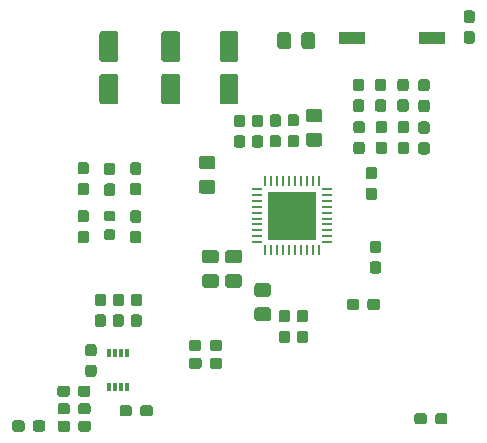
<source format=gbr>
G04 #@! TF.GenerationSoftware,KiCad,Pcbnew,(5.1.5)-3*
G04 #@! TF.CreationDate,2021-07-29T11:54:44+02:00*
G04 #@! TF.ProjectId,sDrive1,73447269-7665-4312-9e6b-696361645f70,rev?*
G04 #@! TF.SameCoordinates,Original*
G04 #@! TF.FileFunction,Paste,Top*
G04 #@! TF.FilePolarity,Positive*
%FSLAX46Y46*%
G04 Gerber Fmt 4.6, Leading zero omitted, Abs format (unit mm)*
G04 Created by KiCad (PCBNEW (5.1.5)-3) date 2021-07-29 11:54:44*
%MOMM*%
%LPD*%
G04 APERTURE LIST*
%ADD10C,0.100000*%
%ADD11R,2.160000X1.120000*%
%ADD12R,0.300000X0.750000*%
%ADD13R,0.260000X0.880000*%
%ADD14R,0.880000X0.260000*%
%ADD15R,4.150000X4.150000*%
G04 APERTURE END LIST*
D10*
G36*
X35065779Y11663856D02*
G01*
X35088834Y11660437D01*
X35111443Y11654773D01*
X35133387Y11646921D01*
X35154457Y11636956D01*
X35174448Y11624974D01*
X35193168Y11611090D01*
X35210438Y11595438D01*
X35226090Y11578168D01*
X35239974Y11559448D01*
X35251956Y11539457D01*
X35261921Y11518387D01*
X35269773Y11496443D01*
X35275437Y11473834D01*
X35278856Y11450779D01*
X35280000Y11427500D01*
X35280000Y10952500D01*
X35278856Y10929221D01*
X35275437Y10906166D01*
X35269773Y10883557D01*
X35261921Y10861613D01*
X35251956Y10840543D01*
X35239974Y10820552D01*
X35226090Y10801832D01*
X35210438Y10784562D01*
X35193168Y10768910D01*
X35174448Y10755026D01*
X35154457Y10743044D01*
X35133387Y10733079D01*
X35111443Y10725227D01*
X35088834Y10719563D01*
X35065779Y10716144D01*
X35042500Y10715000D01*
X34467500Y10715000D01*
X34444221Y10716144D01*
X34421166Y10719563D01*
X34398557Y10725227D01*
X34376613Y10733079D01*
X34355543Y10743044D01*
X34335552Y10755026D01*
X34316832Y10768910D01*
X34299562Y10784562D01*
X34283910Y10801832D01*
X34270026Y10820552D01*
X34258044Y10840543D01*
X34248079Y10861613D01*
X34240227Y10883557D01*
X34234563Y10906166D01*
X34231144Y10929221D01*
X34230000Y10952500D01*
X34230000Y11427500D01*
X34231144Y11450779D01*
X34234563Y11473834D01*
X34240227Y11496443D01*
X34248079Y11518387D01*
X34258044Y11539457D01*
X34270026Y11559448D01*
X34283910Y11578168D01*
X34299562Y11595438D01*
X34316832Y11611090D01*
X34335552Y11624974D01*
X34355543Y11636956D01*
X34376613Y11646921D01*
X34398557Y11654773D01*
X34421166Y11660437D01*
X34444221Y11663856D01*
X34467500Y11665000D01*
X35042500Y11665000D01*
X35065779Y11663856D01*
G37*
G36*
X33315779Y11663856D02*
G01*
X33338834Y11660437D01*
X33361443Y11654773D01*
X33383387Y11646921D01*
X33404457Y11636956D01*
X33424448Y11624974D01*
X33443168Y11611090D01*
X33460438Y11595438D01*
X33476090Y11578168D01*
X33489974Y11559448D01*
X33501956Y11539457D01*
X33511921Y11518387D01*
X33519773Y11496443D01*
X33525437Y11473834D01*
X33528856Y11450779D01*
X33530000Y11427500D01*
X33530000Y10952500D01*
X33528856Y10929221D01*
X33525437Y10906166D01*
X33519773Y10883557D01*
X33511921Y10861613D01*
X33501956Y10840543D01*
X33489974Y10820552D01*
X33476090Y10801832D01*
X33460438Y10784562D01*
X33443168Y10768910D01*
X33424448Y10755026D01*
X33404457Y10743044D01*
X33383387Y10733079D01*
X33361443Y10725227D01*
X33338834Y10719563D01*
X33315779Y10716144D01*
X33292500Y10715000D01*
X32717500Y10715000D01*
X32694221Y10716144D01*
X32671166Y10719563D01*
X32648557Y10725227D01*
X32626613Y10733079D01*
X32605543Y10743044D01*
X32585552Y10755026D01*
X32566832Y10768910D01*
X32549562Y10784562D01*
X32533910Y10801832D01*
X32520026Y10820552D01*
X32508044Y10840543D01*
X32498079Y10861613D01*
X32490227Y10883557D01*
X32484563Y10906166D01*
X32481144Y10929221D01*
X32480000Y10952500D01*
X32480000Y11427500D01*
X32481144Y11450779D01*
X32484563Y11473834D01*
X32490227Y11496443D01*
X32498079Y11518387D01*
X32508044Y11539457D01*
X32520026Y11559448D01*
X32533910Y11578168D01*
X32549562Y11595438D01*
X32566832Y11611090D01*
X32585552Y11624974D01*
X32605543Y11636956D01*
X32626613Y11646921D01*
X32648557Y11654773D01*
X32671166Y11660437D01*
X32694221Y11663856D01*
X32717500Y11665000D01*
X33292500Y11665000D01*
X33315779Y11663856D01*
G37*
G36*
X34810779Y22828856D02*
G01*
X34833834Y22825437D01*
X34856443Y22819773D01*
X34878387Y22811921D01*
X34899457Y22801956D01*
X34919448Y22789974D01*
X34938168Y22776090D01*
X34955438Y22760438D01*
X34971090Y22743168D01*
X34984974Y22724448D01*
X34996956Y22704457D01*
X35006921Y22683387D01*
X35014773Y22661443D01*
X35020437Y22638834D01*
X35023856Y22615779D01*
X35025000Y22592500D01*
X35025000Y22017500D01*
X35023856Y21994221D01*
X35020437Y21971166D01*
X35014773Y21948557D01*
X35006921Y21926613D01*
X34996956Y21905543D01*
X34984974Y21885552D01*
X34971090Y21866832D01*
X34955438Y21849562D01*
X34938168Y21833910D01*
X34919448Y21820026D01*
X34899457Y21808044D01*
X34878387Y21798079D01*
X34856443Y21790227D01*
X34833834Y21784563D01*
X34810779Y21781144D01*
X34787500Y21780000D01*
X34312500Y21780000D01*
X34289221Y21781144D01*
X34266166Y21784563D01*
X34243557Y21790227D01*
X34221613Y21798079D01*
X34200543Y21808044D01*
X34180552Y21820026D01*
X34161832Y21833910D01*
X34144562Y21849562D01*
X34128910Y21866832D01*
X34115026Y21885552D01*
X34103044Y21905543D01*
X34093079Y21926613D01*
X34085227Y21948557D01*
X34079563Y21971166D01*
X34076144Y21994221D01*
X34075000Y22017500D01*
X34075000Y22592500D01*
X34076144Y22615779D01*
X34079563Y22638834D01*
X34085227Y22661443D01*
X34093079Y22683387D01*
X34103044Y22704457D01*
X34115026Y22724448D01*
X34128910Y22743168D01*
X34144562Y22760438D01*
X34161832Y22776090D01*
X34180552Y22789974D01*
X34200543Y22801956D01*
X34221613Y22811921D01*
X34243557Y22819773D01*
X34266166Y22825437D01*
X34289221Y22828856D01*
X34312500Y22830000D01*
X34787500Y22830000D01*
X34810779Y22828856D01*
G37*
G36*
X34810779Y21078856D02*
G01*
X34833834Y21075437D01*
X34856443Y21069773D01*
X34878387Y21061921D01*
X34899457Y21051956D01*
X34919448Y21039974D01*
X34938168Y21026090D01*
X34955438Y21010438D01*
X34971090Y20993168D01*
X34984974Y20974448D01*
X34996956Y20954457D01*
X35006921Y20933387D01*
X35014773Y20911443D01*
X35020437Y20888834D01*
X35023856Y20865779D01*
X35025000Y20842500D01*
X35025000Y20267500D01*
X35023856Y20244221D01*
X35020437Y20221166D01*
X35014773Y20198557D01*
X35006921Y20176613D01*
X34996956Y20155543D01*
X34984974Y20135552D01*
X34971090Y20116832D01*
X34955438Y20099562D01*
X34938168Y20083910D01*
X34919448Y20070026D01*
X34899457Y20058044D01*
X34878387Y20048079D01*
X34856443Y20040227D01*
X34833834Y20034563D01*
X34810779Y20031144D01*
X34787500Y20030000D01*
X34312500Y20030000D01*
X34289221Y20031144D01*
X34266166Y20034563D01*
X34243557Y20040227D01*
X34221613Y20048079D01*
X34200543Y20058044D01*
X34180552Y20070026D01*
X34161832Y20083910D01*
X34144562Y20099562D01*
X34128910Y20116832D01*
X34115026Y20135552D01*
X34103044Y20155543D01*
X34093079Y20176613D01*
X34085227Y20198557D01*
X34079563Y20221166D01*
X34076144Y20244221D01*
X34075000Y20267500D01*
X34075000Y20842500D01*
X34076144Y20865779D01*
X34079563Y20888834D01*
X34085227Y20911443D01*
X34093079Y20933387D01*
X34103044Y20954457D01*
X34115026Y20974448D01*
X34128910Y20993168D01*
X34144562Y21010438D01*
X34161832Y21026090D01*
X34180552Y21039974D01*
X34200543Y21051956D01*
X34221613Y21061921D01*
X34243557Y21069773D01*
X34266166Y21075437D01*
X34289221Y21078856D01*
X34312500Y21080000D01*
X34787500Y21080000D01*
X34810779Y21078856D01*
G37*
G36*
X35160779Y14848856D02*
G01*
X35183834Y14845437D01*
X35206443Y14839773D01*
X35228387Y14831921D01*
X35249457Y14821956D01*
X35269448Y14809974D01*
X35288168Y14796090D01*
X35305438Y14780438D01*
X35321090Y14763168D01*
X35334974Y14744448D01*
X35346956Y14724457D01*
X35356921Y14703387D01*
X35364773Y14681443D01*
X35370437Y14658834D01*
X35373856Y14635779D01*
X35375000Y14612500D01*
X35375000Y14037500D01*
X35373856Y14014221D01*
X35370437Y13991166D01*
X35364773Y13968557D01*
X35356921Y13946613D01*
X35346956Y13925543D01*
X35334974Y13905552D01*
X35321090Y13886832D01*
X35305438Y13869562D01*
X35288168Y13853910D01*
X35269448Y13840026D01*
X35249457Y13828044D01*
X35228387Y13818079D01*
X35206443Y13810227D01*
X35183834Y13804563D01*
X35160779Y13801144D01*
X35137500Y13800000D01*
X34662500Y13800000D01*
X34639221Y13801144D01*
X34616166Y13804563D01*
X34593557Y13810227D01*
X34571613Y13818079D01*
X34550543Y13828044D01*
X34530552Y13840026D01*
X34511832Y13853910D01*
X34494562Y13869562D01*
X34478910Y13886832D01*
X34465026Y13905552D01*
X34453044Y13925543D01*
X34443079Y13946613D01*
X34435227Y13968557D01*
X34429563Y13991166D01*
X34426144Y14014221D01*
X34425000Y14037500D01*
X34425000Y14612500D01*
X34426144Y14635779D01*
X34429563Y14658834D01*
X34435227Y14681443D01*
X34443079Y14703387D01*
X34453044Y14724457D01*
X34465026Y14744448D01*
X34478910Y14763168D01*
X34494562Y14780438D01*
X34511832Y14796090D01*
X34530552Y14809974D01*
X34550543Y14821956D01*
X34571613Y14831921D01*
X34593557Y14839773D01*
X34616166Y14845437D01*
X34639221Y14848856D01*
X34662500Y14850000D01*
X35137500Y14850000D01*
X35160779Y14848856D01*
G37*
G36*
X35160779Y16598856D02*
G01*
X35183834Y16595437D01*
X35206443Y16589773D01*
X35228387Y16581921D01*
X35249457Y16571956D01*
X35269448Y16559974D01*
X35288168Y16546090D01*
X35305438Y16530438D01*
X35321090Y16513168D01*
X35334974Y16494448D01*
X35346956Y16474457D01*
X35356921Y16453387D01*
X35364773Y16431443D01*
X35370437Y16408834D01*
X35373856Y16385779D01*
X35375000Y16362500D01*
X35375000Y15787500D01*
X35373856Y15764221D01*
X35370437Y15741166D01*
X35364773Y15718557D01*
X35356921Y15696613D01*
X35346956Y15675543D01*
X35334974Y15655552D01*
X35321090Y15636832D01*
X35305438Y15619562D01*
X35288168Y15603910D01*
X35269448Y15590026D01*
X35249457Y15578044D01*
X35228387Y15568079D01*
X35206443Y15560227D01*
X35183834Y15554563D01*
X35160779Y15551144D01*
X35137500Y15550000D01*
X34662500Y15550000D01*
X34639221Y15551144D01*
X34616166Y15554563D01*
X34593557Y15560227D01*
X34571613Y15568079D01*
X34550543Y15578044D01*
X34530552Y15590026D01*
X34511832Y15603910D01*
X34494562Y15619562D01*
X34478910Y15636832D01*
X34465026Y15655552D01*
X34453044Y15675543D01*
X34443079Y15696613D01*
X34435227Y15718557D01*
X34429563Y15741166D01*
X34426144Y15764221D01*
X34425000Y15787500D01*
X34425000Y16362500D01*
X34426144Y16385779D01*
X34429563Y16408834D01*
X34435227Y16431443D01*
X34443079Y16453387D01*
X34453044Y16474457D01*
X34465026Y16494448D01*
X34478910Y16513168D01*
X34494562Y16530438D01*
X34511832Y16546090D01*
X34530552Y16559974D01*
X34550543Y16571956D01*
X34571613Y16581921D01*
X34593557Y16589773D01*
X34616166Y16595437D01*
X34639221Y16598856D01*
X34662500Y16600000D01*
X35137500Y16600000D01*
X35160779Y16598856D01*
G37*
G36*
X21715779Y6683856D02*
G01*
X21738834Y6680437D01*
X21761443Y6674773D01*
X21783387Y6666921D01*
X21804457Y6656956D01*
X21824448Y6644974D01*
X21843168Y6631090D01*
X21860438Y6615438D01*
X21876090Y6598168D01*
X21889974Y6579448D01*
X21901956Y6559457D01*
X21911921Y6538387D01*
X21919773Y6516443D01*
X21925437Y6493834D01*
X21928856Y6470779D01*
X21930000Y6447500D01*
X21930000Y5972500D01*
X21928856Y5949221D01*
X21925437Y5926166D01*
X21919773Y5903557D01*
X21911921Y5881613D01*
X21901956Y5860543D01*
X21889974Y5840552D01*
X21876090Y5821832D01*
X21860438Y5804562D01*
X21843168Y5788910D01*
X21824448Y5775026D01*
X21804457Y5763044D01*
X21783387Y5753079D01*
X21761443Y5745227D01*
X21738834Y5739563D01*
X21715779Y5736144D01*
X21692500Y5735000D01*
X21117500Y5735000D01*
X21094221Y5736144D01*
X21071166Y5739563D01*
X21048557Y5745227D01*
X21026613Y5753079D01*
X21005543Y5763044D01*
X20985552Y5775026D01*
X20966832Y5788910D01*
X20949562Y5804562D01*
X20933910Y5821832D01*
X20920026Y5840552D01*
X20908044Y5860543D01*
X20898079Y5881613D01*
X20890227Y5903557D01*
X20884563Y5926166D01*
X20881144Y5949221D01*
X20880000Y5972500D01*
X20880000Y6447500D01*
X20881144Y6470779D01*
X20884563Y6493834D01*
X20890227Y6516443D01*
X20898079Y6538387D01*
X20908044Y6559457D01*
X20920026Y6579448D01*
X20933910Y6598168D01*
X20949562Y6615438D01*
X20966832Y6631090D01*
X20985552Y6644974D01*
X21005543Y6656956D01*
X21026613Y6666921D01*
X21048557Y6674773D01*
X21071166Y6680437D01*
X21094221Y6683856D01*
X21117500Y6685000D01*
X21692500Y6685000D01*
X21715779Y6683856D01*
G37*
G36*
X19965779Y6683856D02*
G01*
X19988834Y6680437D01*
X20011443Y6674773D01*
X20033387Y6666921D01*
X20054457Y6656956D01*
X20074448Y6644974D01*
X20093168Y6631090D01*
X20110438Y6615438D01*
X20126090Y6598168D01*
X20139974Y6579448D01*
X20151956Y6559457D01*
X20161921Y6538387D01*
X20169773Y6516443D01*
X20175437Y6493834D01*
X20178856Y6470779D01*
X20180000Y6447500D01*
X20180000Y5972500D01*
X20178856Y5949221D01*
X20175437Y5926166D01*
X20169773Y5903557D01*
X20161921Y5881613D01*
X20151956Y5860543D01*
X20139974Y5840552D01*
X20126090Y5821832D01*
X20110438Y5804562D01*
X20093168Y5788910D01*
X20074448Y5775026D01*
X20054457Y5763044D01*
X20033387Y5753079D01*
X20011443Y5745227D01*
X19988834Y5739563D01*
X19965779Y5736144D01*
X19942500Y5735000D01*
X19367500Y5735000D01*
X19344221Y5736144D01*
X19321166Y5739563D01*
X19298557Y5745227D01*
X19276613Y5753079D01*
X19255543Y5763044D01*
X19235552Y5775026D01*
X19216832Y5788910D01*
X19199562Y5804562D01*
X19183910Y5821832D01*
X19170026Y5840552D01*
X19158044Y5860543D01*
X19148079Y5881613D01*
X19140227Y5903557D01*
X19134563Y5926166D01*
X19131144Y5949221D01*
X19130000Y5972500D01*
X19130000Y6447500D01*
X19131144Y6470779D01*
X19134563Y6493834D01*
X19140227Y6516443D01*
X19148079Y6538387D01*
X19158044Y6559457D01*
X19170026Y6579448D01*
X19183910Y6598168D01*
X19199562Y6615438D01*
X19216832Y6631090D01*
X19235552Y6644974D01*
X19255543Y6656956D01*
X19276613Y6666921D01*
X19298557Y6674773D01*
X19321166Y6680437D01*
X19344221Y6683856D01*
X19367500Y6685000D01*
X19942500Y6685000D01*
X19965779Y6683856D01*
G37*
G36*
X19955779Y8193856D02*
G01*
X19978834Y8190437D01*
X20001443Y8184773D01*
X20023387Y8176921D01*
X20044457Y8166956D01*
X20064448Y8154974D01*
X20083168Y8141090D01*
X20100438Y8125438D01*
X20116090Y8108168D01*
X20129974Y8089448D01*
X20141956Y8069457D01*
X20151921Y8048387D01*
X20159773Y8026443D01*
X20165437Y8003834D01*
X20168856Y7980779D01*
X20170000Y7957500D01*
X20170000Y7482500D01*
X20168856Y7459221D01*
X20165437Y7436166D01*
X20159773Y7413557D01*
X20151921Y7391613D01*
X20141956Y7370543D01*
X20129974Y7350552D01*
X20116090Y7331832D01*
X20100438Y7314562D01*
X20083168Y7298910D01*
X20064448Y7285026D01*
X20044457Y7273044D01*
X20023387Y7263079D01*
X20001443Y7255227D01*
X19978834Y7249563D01*
X19955779Y7246144D01*
X19932500Y7245000D01*
X19357500Y7245000D01*
X19334221Y7246144D01*
X19311166Y7249563D01*
X19288557Y7255227D01*
X19266613Y7263079D01*
X19245543Y7273044D01*
X19225552Y7285026D01*
X19206832Y7298910D01*
X19189562Y7314562D01*
X19173910Y7331832D01*
X19160026Y7350552D01*
X19148044Y7370543D01*
X19138079Y7391613D01*
X19130227Y7413557D01*
X19124563Y7436166D01*
X19121144Y7459221D01*
X19120000Y7482500D01*
X19120000Y7957500D01*
X19121144Y7980779D01*
X19124563Y8003834D01*
X19130227Y8026443D01*
X19138079Y8048387D01*
X19148044Y8069457D01*
X19160026Y8089448D01*
X19173910Y8108168D01*
X19189562Y8125438D01*
X19206832Y8141090D01*
X19225552Y8154974D01*
X19245543Y8166956D01*
X19266613Y8176921D01*
X19288557Y8184773D01*
X19311166Y8190437D01*
X19334221Y8193856D01*
X19357500Y8195000D01*
X19932500Y8195000D01*
X19955779Y8193856D01*
G37*
G36*
X21705779Y8193856D02*
G01*
X21728834Y8190437D01*
X21751443Y8184773D01*
X21773387Y8176921D01*
X21794457Y8166956D01*
X21814448Y8154974D01*
X21833168Y8141090D01*
X21850438Y8125438D01*
X21866090Y8108168D01*
X21879974Y8089448D01*
X21891956Y8069457D01*
X21901921Y8048387D01*
X21909773Y8026443D01*
X21915437Y8003834D01*
X21918856Y7980779D01*
X21920000Y7957500D01*
X21920000Y7482500D01*
X21918856Y7459221D01*
X21915437Y7436166D01*
X21909773Y7413557D01*
X21901921Y7391613D01*
X21891956Y7370543D01*
X21879974Y7350552D01*
X21866090Y7331832D01*
X21850438Y7314562D01*
X21833168Y7298910D01*
X21814448Y7285026D01*
X21794457Y7273044D01*
X21773387Y7263079D01*
X21751443Y7255227D01*
X21728834Y7249563D01*
X21705779Y7246144D01*
X21682500Y7245000D01*
X21107500Y7245000D01*
X21084221Y7246144D01*
X21061166Y7249563D01*
X21038557Y7255227D01*
X21016613Y7263079D01*
X20995543Y7273044D01*
X20975552Y7285026D01*
X20956832Y7298910D01*
X20939562Y7314562D01*
X20923910Y7331832D01*
X20910026Y7350552D01*
X20898044Y7370543D01*
X20888079Y7391613D01*
X20880227Y7413557D01*
X20874563Y7436166D01*
X20871144Y7459221D01*
X20870000Y7482500D01*
X20870000Y7957500D01*
X20871144Y7980779D01*
X20874563Y8003834D01*
X20880227Y8026443D01*
X20888079Y8048387D01*
X20898044Y8069457D01*
X20910026Y8089448D01*
X20923910Y8108168D01*
X20939562Y8125438D01*
X20956832Y8141090D01*
X20975552Y8154974D01*
X20995543Y8166956D01*
X21016613Y8176921D01*
X21038557Y8184773D01*
X21061166Y8190437D01*
X21084221Y8193856D01*
X21107500Y8195000D01*
X21682500Y8195000D01*
X21705779Y8193856D01*
G37*
G36*
X43100779Y34328856D02*
G01*
X43123834Y34325437D01*
X43146443Y34319773D01*
X43168387Y34311921D01*
X43189457Y34301956D01*
X43209448Y34289974D01*
X43228168Y34276090D01*
X43245438Y34260438D01*
X43261090Y34243168D01*
X43274974Y34224448D01*
X43286956Y34204457D01*
X43296921Y34183387D01*
X43304773Y34161443D01*
X43310437Y34138834D01*
X43313856Y34115779D01*
X43315000Y34092500D01*
X43315000Y33517500D01*
X43313856Y33494221D01*
X43310437Y33471166D01*
X43304773Y33448557D01*
X43296921Y33426613D01*
X43286956Y33405543D01*
X43274974Y33385552D01*
X43261090Y33366832D01*
X43245438Y33349562D01*
X43228168Y33333910D01*
X43209448Y33320026D01*
X43189457Y33308044D01*
X43168387Y33298079D01*
X43146443Y33290227D01*
X43123834Y33284563D01*
X43100779Y33281144D01*
X43077500Y33280000D01*
X42602500Y33280000D01*
X42579221Y33281144D01*
X42556166Y33284563D01*
X42533557Y33290227D01*
X42511613Y33298079D01*
X42490543Y33308044D01*
X42470552Y33320026D01*
X42451832Y33333910D01*
X42434562Y33349562D01*
X42418910Y33366832D01*
X42405026Y33385552D01*
X42393044Y33405543D01*
X42383079Y33426613D01*
X42375227Y33448557D01*
X42369563Y33471166D01*
X42366144Y33494221D01*
X42365000Y33517500D01*
X42365000Y34092500D01*
X42366144Y34115779D01*
X42369563Y34138834D01*
X42375227Y34161443D01*
X42383079Y34183387D01*
X42393044Y34204457D01*
X42405026Y34224448D01*
X42418910Y34243168D01*
X42434562Y34260438D01*
X42451832Y34276090D01*
X42470552Y34289974D01*
X42490543Y34301956D01*
X42511613Y34311921D01*
X42533557Y34319773D01*
X42556166Y34325437D01*
X42579221Y34328856D01*
X42602500Y34330000D01*
X43077500Y34330000D01*
X43100779Y34328856D01*
G37*
G36*
X43100779Y36078856D02*
G01*
X43123834Y36075437D01*
X43146443Y36069773D01*
X43168387Y36061921D01*
X43189457Y36051956D01*
X43209448Y36039974D01*
X43228168Y36026090D01*
X43245438Y36010438D01*
X43261090Y35993168D01*
X43274974Y35974448D01*
X43286956Y35954457D01*
X43296921Y35933387D01*
X43304773Y35911443D01*
X43310437Y35888834D01*
X43313856Y35865779D01*
X43315000Y35842500D01*
X43315000Y35267500D01*
X43313856Y35244221D01*
X43310437Y35221166D01*
X43304773Y35198557D01*
X43296921Y35176613D01*
X43286956Y35155543D01*
X43274974Y35135552D01*
X43261090Y35116832D01*
X43245438Y35099562D01*
X43228168Y35083910D01*
X43209448Y35070026D01*
X43189457Y35058044D01*
X43168387Y35048079D01*
X43146443Y35040227D01*
X43123834Y35034563D01*
X43100779Y35031144D01*
X43077500Y35030000D01*
X42602500Y35030000D01*
X42579221Y35031144D01*
X42556166Y35034563D01*
X42533557Y35040227D01*
X42511613Y35048079D01*
X42490543Y35058044D01*
X42470552Y35070026D01*
X42451832Y35083910D01*
X42434562Y35099562D01*
X42418910Y35116832D01*
X42405026Y35135552D01*
X42393044Y35155543D01*
X42383079Y35176613D01*
X42375227Y35198557D01*
X42369563Y35221166D01*
X42366144Y35244221D01*
X42365000Y35267500D01*
X42365000Y35842500D01*
X42366144Y35865779D01*
X42369563Y35888834D01*
X42375227Y35911443D01*
X42383079Y35933387D01*
X42393044Y35954457D01*
X42405026Y35974448D01*
X42418910Y35993168D01*
X42434562Y36010438D01*
X42451832Y36026090D01*
X42470552Y36039974D01*
X42490543Y36051956D01*
X42511613Y36061921D01*
X42533557Y36069773D01*
X42556166Y36075437D01*
X42579221Y36078856D01*
X42602500Y36080000D01*
X43077500Y36080000D01*
X43100779Y36078856D01*
G37*
G36*
X6735779Y1373856D02*
G01*
X6758834Y1370437D01*
X6781443Y1364773D01*
X6803387Y1356921D01*
X6824457Y1346956D01*
X6844448Y1334974D01*
X6863168Y1321090D01*
X6880438Y1305438D01*
X6896090Y1288168D01*
X6909974Y1269448D01*
X6921956Y1249457D01*
X6931921Y1228387D01*
X6939773Y1206443D01*
X6945437Y1183834D01*
X6948856Y1160779D01*
X6950000Y1137500D01*
X6950000Y662500D01*
X6948856Y639221D01*
X6945437Y616166D01*
X6939773Y593557D01*
X6931921Y571613D01*
X6921956Y550543D01*
X6909974Y530552D01*
X6896090Y511832D01*
X6880438Y494562D01*
X6863168Y478910D01*
X6844448Y465026D01*
X6824457Y453044D01*
X6803387Y443079D01*
X6781443Y435227D01*
X6758834Y429563D01*
X6735779Y426144D01*
X6712500Y425000D01*
X6137500Y425000D01*
X6114221Y426144D01*
X6091166Y429563D01*
X6068557Y435227D01*
X6046613Y443079D01*
X6025543Y453044D01*
X6005552Y465026D01*
X5986832Y478910D01*
X5969562Y494562D01*
X5953910Y511832D01*
X5940026Y530552D01*
X5928044Y550543D01*
X5918079Y571613D01*
X5910227Y593557D01*
X5904563Y616166D01*
X5901144Y639221D01*
X5900000Y662500D01*
X5900000Y1137500D01*
X5901144Y1160779D01*
X5904563Y1183834D01*
X5910227Y1206443D01*
X5918079Y1228387D01*
X5928044Y1249457D01*
X5940026Y1269448D01*
X5953910Y1288168D01*
X5969562Y1305438D01*
X5986832Y1321090D01*
X6005552Y1334974D01*
X6025543Y1346956D01*
X6046613Y1356921D01*
X6068557Y1364773D01*
X6091166Y1370437D01*
X6114221Y1373856D01*
X6137500Y1375000D01*
X6712500Y1375000D01*
X6735779Y1373856D01*
G37*
G36*
X4985779Y1373856D02*
G01*
X5008834Y1370437D01*
X5031443Y1364773D01*
X5053387Y1356921D01*
X5074457Y1346956D01*
X5094448Y1334974D01*
X5113168Y1321090D01*
X5130438Y1305438D01*
X5146090Y1288168D01*
X5159974Y1269448D01*
X5171956Y1249457D01*
X5181921Y1228387D01*
X5189773Y1206443D01*
X5195437Y1183834D01*
X5198856Y1160779D01*
X5200000Y1137500D01*
X5200000Y662500D01*
X5198856Y639221D01*
X5195437Y616166D01*
X5189773Y593557D01*
X5181921Y571613D01*
X5171956Y550543D01*
X5159974Y530552D01*
X5146090Y511832D01*
X5130438Y494562D01*
X5113168Y478910D01*
X5094448Y465026D01*
X5074457Y453044D01*
X5053387Y443079D01*
X5031443Y435227D01*
X5008834Y429563D01*
X4985779Y426144D01*
X4962500Y425000D01*
X4387500Y425000D01*
X4364221Y426144D01*
X4341166Y429563D01*
X4318557Y435227D01*
X4296613Y443079D01*
X4275543Y453044D01*
X4255552Y465026D01*
X4236832Y478910D01*
X4219562Y494562D01*
X4203910Y511832D01*
X4190026Y530552D01*
X4178044Y550543D01*
X4168079Y571613D01*
X4160227Y593557D01*
X4154563Y616166D01*
X4151144Y639221D01*
X4150000Y662500D01*
X4150000Y1137500D01*
X4151144Y1160779D01*
X4154563Y1183834D01*
X4160227Y1206443D01*
X4168079Y1228387D01*
X4178044Y1249457D01*
X4190026Y1269448D01*
X4203910Y1288168D01*
X4219562Y1305438D01*
X4236832Y1321090D01*
X4255552Y1334974D01*
X4275543Y1346956D01*
X4296613Y1356921D01*
X4318557Y1364773D01*
X4341166Y1370437D01*
X4364221Y1373856D01*
X4387500Y1375000D01*
X4962500Y1375000D01*
X4985779Y1373856D01*
G37*
G36*
X10420779Y17428856D02*
G01*
X10443834Y17425437D01*
X10466443Y17419773D01*
X10488387Y17411921D01*
X10509457Y17401956D01*
X10529448Y17389974D01*
X10548168Y17376090D01*
X10565438Y17360438D01*
X10581090Y17343168D01*
X10594974Y17324448D01*
X10606956Y17304457D01*
X10616921Y17283387D01*
X10624773Y17261443D01*
X10630437Y17238834D01*
X10633856Y17215779D01*
X10635000Y17192500D01*
X10635000Y16617500D01*
X10633856Y16594221D01*
X10630437Y16571166D01*
X10624773Y16548557D01*
X10616921Y16526613D01*
X10606956Y16505543D01*
X10594974Y16485552D01*
X10581090Y16466832D01*
X10565438Y16449562D01*
X10548168Y16433910D01*
X10529448Y16420026D01*
X10509457Y16408044D01*
X10488387Y16398079D01*
X10466443Y16390227D01*
X10443834Y16384563D01*
X10420779Y16381144D01*
X10397500Y16380000D01*
X9922500Y16380000D01*
X9899221Y16381144D01*
X9876166Y16384563D01*
X9853557Y16390227D01*
X9831613Y16398079D01*
X9810543Y16408044D01*
X9790552Y16420026D01*
X9771832Y16433910D01*
X9754562Y16449562D01*
X9738910Y16466832D01*
X9725026Y16485552D01*
X9713044Y16505543D01*
X9703079Y16526613D01*
X9695227Y16548557D01*
X9689563Y16571166D01*
X9686144Y16594221D01*
X9685000Y16617500D01*
X9685000Y17192500D01*
X9686144Y17215779D01*
X9689563Y17238834D01*
X9695227Y17261443D01*
X9703079Y17283387D01*
X9713044Y17304457D01*
X9725026Y17324448D01*
X9738910Y17343168D01*
X9754562Y17360438D01*
X9771832Y17376090D01*
X9790552Y17389974D01*
X9810543Y17401956D01*
X9831613Y17411921D01*
X9853557Y17419773D01*
X9876166Y17425437D01*
X9899221Y17428856D01*
X9922500Y17430000D01*
X10397500Y17430000D01*
X10420779Y17428856D01*
G37*
G36*
X10420779Y19178856D02*
G01*
X10443834Y19175437D01*
X10466443Y19169773D01*
X10488387Y19161921D01*
X10509457Y19151956D01*
X10529448Y19139974D01*
X10548168Y19126090D01*
X10565438Y19110438D01*
X10581090Y19093168D01*
X10594974Y19074448D01*
X10606956Y19054457D01*
X10616921Y19033387D01*
X10624773Y19011443D01*
X10630437Y18988834D01*
X10633856Y18965779D01*
X10635000Y18942500D01*
X10635000Y18367500D01*
X10633856Y18344221D01*
X10630437Y18321166D01*
X10624773Y18298557D01*
X10616921Y18276613D01*
X10606956Y18255543D01*
X10594974Y18235552D01*
X10581090Y18216832D01*
X10565438Y18199562D01*
X10548168Y18183910D01*
X10529448Y18170026D01*
X10509457Y18158044D01*
X10488387Y18148079D01*
X10466443Y18140227D01*
X10443834Y18134563D01*
X10420779Y18131144D01*
X10397500Y18130000D01*
X9922500Y18130000D01*
X9899221Y18131144D01*
X9876166Y18134563D01*
X9853557Y18140227D01*
X9831613Y18148079D01*
X9810543Y18158044D01*
X9790552Y18170026D01*
X9771832Y18183910D01*
X9754562Y18199562D01*
X9738910Y18216832D01*
X9725026Y18235552D01*
X9713044Y18255543D01*
X9703079Y18276613D01*
X9695227Y18298557D01*
X9689563Y18321166D01*
X9686144Y18344221D01*
X9685000Y18367500D01*
X9685000Y18942500D01*
X9686144Y18965779D01*
X9689563Y18988834D01*
X9695227Y19011443D01*
X9703079Y19033387D01*
X9713044Y19054457D01*
X9725026Y19074448D01*
X9738910Y19093168D01*
X9754562Y19110438D01*
X9771832Y19126090D01*
X9790552Y19139974D01*
X9810543Y19151956D01*
X9831613Y19161921D01*
X9853557Y19169773D01*
X9876166Y19175437D01*
X9899221Y19178856D01*
X9922500Y19180000D01*
X10397500Y19180000D01*
X10420779Y19178856D01*
G37*
G36*
X14868779Y17408856D02*
G01*
X14891834Y17405437D01*
X14914443Y17399773D01*
X14936387Y17391921D01*
X14957457Y17381956D01*
X14977448Y17369974D01*
X14996168Y17356090D01*
X15013438Y17340438D01*
X15029090Y17323168D01*
X15042974Y17304448D01*
X15054956Y17284457D01*
X15064921Y17263387D01*
X15072773Y17241443D01*
X15078437Y17218834D01*
X15081856Y17195779D01*
X15083000Y17172500D01*
X15083000Y16597500D01*
X15081856Y16574221D01*
X15078437Y16551166D01*
X15072773Y16528557D01*
X15064921Y16506613D01*
X15054956Y16485543D01*
X15042974Y16465552D01*
X15029090Y16446832D01*
X15013438Y16429562D01*
X14996168Y16413910D01*
X14977448Y16400026D01*
X14957457Y16388044D01*
X14936387Y16378079D01*
X14914443Y16370227D01*
X14891834Y16364563D01*
X14868779Y16361144D01*
X14845500Y16360000D01*
X14370500Y16360000D01*
X14347221Y16361144D01*
X14324166Y16364563D01*
X14301557Y16370227D01*
X14279613Y16378079D01*
X14258543Y16388044D01*
X14238552Y16400026D01*
X14219832Y16413910D01*
X14202562Y16429562D01*
X14186910Y16446832D01*
X14173026Y16465552D01*
X14161044Y16485543D01*
X14151079Y16506613D01*
X14143227Y16528557D01*
X14137563Y16551166D01*
X14134144Y16574221D01*
X14133000Y16597500D01*
X14133000Y17172500D01*
X14134144Y17195779D01*
X14137563Y17218834D01*
X14143227Y17241443D01*
X14151079Y17263387D01*
X14161044Y17284457D01*
X14173026Y17304448D01*
X14186910Y17323168D01*
X14202562Y17340438D01*
X14219832Y17356090D01*
X14238552Y17369974D01*
X14258543Y17381956D01*
X14279613Y17391921D01*
X14301557Y17399773D01*
X14324166Y17405437D01*
X14347221Y17408856D01*
X14370500Y17410000D01*
X14845500Y17410000D01*
X14868779Y17408856D01*
G37*
G36*
X14868779Y19158856D02*
G01*
X14891834Y19155437D01*
X14914443Y19149773D01*
X14936387Y19141921D01*
X14957457Y19131956D01*
X14977448Y19119974D01*
X14996168Y19106090D01*
X15013438Y19090438D01*
X15029090Y19073168D01*
X15042974Y19054448D01*
X15054956Y19034457D01*
X15064921Y19013387D01*
X15072773Y18991443D01*
X15078437Y18968834D01*
X15081856Y18945779D01*
X15083000Y18922500D01*
X15083000Y18347500D01*
X15081856Y18324221D01*
X15078437Y18301166D01*
X15072773Y18278557D01*
X15064921Y18256613D01*
X15054956Y18235543D01*
X15042974Y18215552D01*
X15029090Y18196832D01*
X15013438Y18179562D01*
X14996168Y18163910D01*
X14977448Y18150026D01*
X14957457Y18138044D01*
X14936387Y18128079D01*
X14914443Y18120227D01*
X14891834Y18114563D01*
X14868779Y18111144D01*
X14845500Y18110000D01*
X14370500Y18110000D01*
X14347221Y18111144D01*
X14324166Y18114563D01*
X14301557Y18120227D01*
X14279613Y18128079D01*
X14258543Y18138044D01*
X14238552Y18150026D01*
X14219832Y18163910D01*
X14202562Y18179562D01*
X14186910Y18196832D01*
X14173026Y18215552D01*
X14161044Y18235543D01*
X14151079Y18256613D01*
X14143227Y18278557D01*
X14137563Y18301166D01*
X14134144Y18324221D01*
X14133000Y18347500D01*
X14133000Y18922500D01*
X14134144Y18945779D01*
X14137563Y18968834D01*
X14143227Y18991443D01*
X14151079Y19013387D01*
X14161044Y19034457D01*
X14173026Y19054448D01*
X14186910Y19073168D01*
X14202562Y19090438D01*
X14219832Y19106090D01*
X14238552Y19119974D01*
X14258543Y19131956D01*
X14279613Y19141921D01*
X14301557Y19149773D01*
X14324166Y19155437D01*
X14347221Y19158856D01*
X14370500Y19160000D01*
X14845500Y19160000D01*
X14868779Y19158856D01*
G37*
G36*
X12681691Y17538947D02*
G01*
X12702926Y17535797D01*
X12723750Y17530581D01*
X12743962Y17523349D01*
X12763368Y17514170D01*
X12781781Y17503134D01*
X12799024Y17490346D01*
X12814930Y17475930D01*
X12829346Y17460024D01*
X12842134Y17442781D01*
X12853170Y17424368D01*
X12862349Y17404962D01*
X12869581Y17384750D01*
X12874797Y17363926D01*
X12877947Y17342691D01*
X12879000Y17321250D01*
X12879000Y16883750D01*
X12877947Y16862309D01*
X12874797Y16841074D01*
X12869581Y16820250D01*
X12862349Y16800038D01*
X12853170Y16780632D01*
X12842134Y16762219D01*
X12829346Y16744976D01*
X12814930Y16729070D01*
X12799024Y16714654D01*
X12781781Y16701866D01*
X12763368Y16690830D01*
X12743962Y16681651D01*
X12723750Y16674419D01*
X12702926Y16669203D01*
X12681691Y16666053D01*
X12660250Y16665000D01*
X12147750Y16665000D01*
X12126309Y16666053D01*
X12105074Y16669203D01*
X12084250Y16674419D01*
X12064038Y16681651D01*
X12044632Y16690830D01*
X12026219Y16701866D01*
X12008976Y16714654D01*
X11993070Y16729070D01*
X11978654Y16744976D01*
X11965866Y16762219D01*
X11954830Y16780632D01*
X11945651Y16800038D01*
X11938419Y16820250D01*
X11933203Y16841074D01*
X11930053Y16862309D01*
X11929000Y16883750D01*
X11929000Y17321250D01*
X11930053Y17342691D01*
X11933203Y17363926D01*
X11938419Y17384750D01*
X11945651Y17404962D01*
X11954830Y17424368D01*
X11965866Y17442781D01*
X11978654Y17460024D01*
X11993070Y17475930D01*
X12008976Y17490346D01*
X12026219Y17503134D01*
X12044632Y17514170D01*
X12064038Y17523349D01*
X12084250Y17530581D01*
X12105074Y17535797D01*
X12126309Y17538947D01*
X12147750Y17540000D01*
X12660250Y17540000D01*
X12681691Y17538947D01*
G37*
G36*
X12681691Y19113947D02*
G01*
X12702926Y19110797D01*
X12723750Y19105581D01*
X12743962Y19098349D01*
X12763368Y19089170D01*
X12781781Y19078134D01*
X12799024Y19065346D01*
X12814930Y19050930D01*
X12829346Y19035024D01*
X12842134Y19017781D01*
X12853170Y18999368D01*
X12862349Y18979962D01*
X12869581Y18959750D01*
X12874797Y18938926D01*
X12877947Y18917691D01*
X12879000Y18896250D01*
X12879000Y18458750D01*
X12877947Y18437309D01*
X12874797Y18416074D01*
X12869581Y18395250D01*
X12862349Y18375038D01*
X12853170Y18355632D01*
X12842134Y18337219D01*
X12829346Y18319976D01*
X12814930Y18304070D01*
X12799024Y18289654D01*
X12781781Y18276866D01*
X12763368Y18265830D01*
X12743962Y18256651D01*
X12723750Y18249419D01*
X12702926Y18244203D01*
X12681691Y18241053D01*
X12660250Y18240000D01*
X12147750Y18240000D01*
X12126309Y18241053D01*
X12105074Y18244203D01*
X12084250Y18249419D01*
X12064038Y18256651D01*
X12044632Y18265830D01*
X12026219Y18276866D01*
X12008976Y18289654D01*
X11993070Y18304070D01*
X11978654Y18319976D01*
X11965866Y18337219D01*
X11954830Y18355632D01*
X11945651Y18375038D01*
X11938419Y18395250D01*
X11933203Y18416074D01*
X11930053Y18437309D01*
X11929000Y18458750D01*
X11929000Y18896250D01*
X11930053Y18917691D01*
X11933203Y18938926D01*
X11938419Y18959750D01*
X11945651Y18979962D01*
X11954830Y18999368D01*
X11965866Y19017781D01*
X11978654Y19035024D01*
X11993070Y19050930D01*
X12008976Y19065346D01*
X12026219Y19078134D01*
X12044632Y19089170D01*
X12064038Y19098349D01*
X12084250Y19105581D01*
X12105074Y19110797D01*
X12126309Y19113947D01*
X12147750Y19115000D01*
X12660250Y19115000D01*
X12681691Y19113947D01*
G37*
D11*
X32957000Y33782000D03*
X39687000Y33782000D03*
D10*
G36*
X10420779Y23242856D02*
G01*
X10443834Y23239437D01*
X10466443Y23233773D01*
X10488387Y23225921D01*
X10509457Y23215956D01*
X10529448Y23203974D01*
X10548168Y23190090D01*
X10565438Y23174438D01*
X10581090Y23157168D01*
X10594974Y23138448D01*
X10606956Y23118457D01*
X10616921Y23097387D01*
X10624773Y23075443D01*
X10630437Y23052834D01*
X10633856Y23029779D01*
X10635000Y23006500D01*
X10635000Y22431500D01*
X10633856Y22408221D01*
X10630437Y22385166D01*
X10624773Y22362557D01*
X10616921Y22340613D01*
X10606956Y22319543D01*
X10594974Y22299552D01*
X10581090Y22280832D01*
X10565438Y22263562D01*
X10548168Y22247910D01*
X10529448Y22234026D01*
X10509457Y22222044D01*
X10488387Y22212079D01*
X10466443Y22204227D01*
X10443834Y22198563D01*
X10420779Y22195144D01*
X10397500Y22194000D01*
X9922500Y22194000D01*
X9899221Y22195144D01*
X9876166Y22198563D01*
X9853557Y22204227D01*
X9831613Y22212079D01*
X9810543Y22222044D01*
X9790552Y22234026D01*
X9771832Y22247910D01*
X9754562Y22263562D01*
X9738910Y22280832D01*
X9725026Y22299552D01*
X9713044Y22319543D01*
X9703079Y22340613D01*
X9695227Y22362557D01*
X9689563Y22385166D01*
X9686144Y22408221D01*
X9685000Y22431500D01*
X9685000Y23006500D01*
X9686144Y23029779D01*
X9689563Y23052834D01*
X9695227Y23075443D01*
X9703079Y23097387D01*
X9713044Y23118457D01*
X9725026Y23138448D01*
X9738910Y23157168D01*
X9754562Y23174438D01*
X9771832Y23190090D01*
X9790552Y23203974D01*
X9810543Y23215956D01*
X9831613Y23225921D01*
X9853557Y23233773D01*
X9876166Y23239437D01*
X9899221Y23242856D01*
X9922500Y23244000D01*
X10397500Y23244000D01*
X10420779Y23242856D01*
G37*
G36*
X10420779Y21492856D02*
G01*
X10443834Y21489437D01*
X10466443Y21483773D01*
X10488387Y21475921D01*
X10509457Y21465956D01*
X10529448Y21453974D01*
X10548168Y21440090D01*
X10565438Y21424438D01*
X10581090Y21407168D01*
X10594974Y21388448D01*
X10606956Y21368457D01*
X10616921Y21347387D01*
X10624773Y21325443D01*
X10630437Y21302834D01*
X10633856Y21279779D01*
X10635000Y21256500D01*
X10635000Y20681500D01*
X10633856Y20658221D01*
X10630437Y20635166D01*
X10624773Y20612557D01*
X10616921Y20590613D01*
X10606956Y20569543D01*
X10594974Y20549552D01*
X10581090Y20530832D01*
X10565438Y20513562D01*
X10548168Y20497910D01*
X10529448Y20484026D01*
X10509457Y20472044D01*
X10488387Y20462079D01*
X10466443Y20454227D01*
X10443834Y20448563D01*
X10420779Y20445144D01*
X10397500Y20444000D01*
X9922500Y20444000D01*
X9899221Y20445144D01*
X9876166Y20448563D01*
X9853557Y20454227D01*
X9831613Y20462079D01*
X9810543Y20472044D01*
X9790552Y20484026D01*
X9771832Y20497910D01*
X9754562Y20513562D01*
X9738910Y20530832D01*
X9725026Y20549552D01*
X9713044Y20569543D01*
X9703079Y20590613D01*
X9695227Y20612557D01*
X9689563Y20635166D01*
X9686144Y20658221D01*
X9685000Y20681500D01*
X9685000Y21256500D01*
X9686144Y21279779D01*
X9689563Y21302834D01*
X9695227Y21325443D01*
X9703079Y21347387D01*
X9713044Y21368457D01*
X9725026Y21388448D01*
X9738910Y21407168D01*
X9754562Y21424438D01*
X9771832Y21440090D01*
X9790552Y21453974D01*
X9810543Y21465956D01*
X9831613Y21475921D01*
X9853557Y21483773D01*
X9876166Y21489437D01*
X9899221Y21492856D01*
X9922500Y21494000D01*
X10397500Y21494000D01*
X10420779Y21492856D01*
G37*
G36*
X12664779Y23182856D02*
G01*
X12687834Y23179437D01*
X12710443Y23173773D01*
X12732387Y23165921D01*
X12753457Y23155956D01*
X12773448Y23143974D01*
X12792168Y23130090D01*
X12809438Y23114438D01*
X12825090Y23097168D01*
X12838974Y23078448D01*
X12850956Y23058457D01*
X12860921Y23037387D01*
X12868773Y23015443D01*
X12874437Y22992834D01*
X12877856Y22969779D01*
X12879000Y22946500D01*
X12879000Y22371500D01*
X12877856Y22348221D01*
X12874437Y22325166D01*
X12868773Y22302557D01*
X12860921Y22280613D01*
X12850956Y22259543D01*
X12838974Y22239552D01*
X12825090Y22220832D01*
X12809438Y22203562D01*
X12792168Y22187910D01*
X12773448Y22174026D01*
X12753457Y22162044D01*
X12732387Y22152079D01*
X12710443Y22144227D01*
X12687834Y22138563D01*
X12664779Y22135144D01*
X12641500Y22134000D01*
X12166500Y22134000D01*
X12143221Y22135144D01*
X12120166Y22138563D01*
X12097557Y22144227D01*
X12075613Y22152079D01*
X12054543Y22162044D01*
X12034552Y22174026D01*
X12015832Y22187910D01*
X11998562Y22203562D01*
X11982910Y22220832D01*
X11969026Y22239552D01*
X11957044Y22259543D01*
X11947079Y22280613D01*
X11939227Y22302557D01*
X11933563Y22325166D01*
X11930144Y22348221D01*
X11929000Y22371500D01*
X11929000Y22946500D01*
X11930144Y22969779D01*
X11933563Y22992834D01*
X11939227Y23015443D01*
X11947079Y23037387D01*
X11957044Y23058457D01*
X11969026Y23078448D01*
X11982910Y23097168D01*
X11998562Y23114438D01*
X12015832Y23130090D01*
X12034552Y23143974D01*
X12054543Y23155956D01*
X12075613Y23165921D01*
X12097557Y23173773D01*
X12120166Y23179437D01*
X12143221Y23182856D01*
X12166500Y23184000D01*
X12641500Y23184000D01*
X12664779Y23182856D01*
G37*
G36*
X12664779Y21432856D02*
G01*
X12687834Y21429437D01*
X12710443Y21423773D01*
X12732387Y21415921D01*
X12753457Y21405956D01*
X12773448Y21393974D01*
X12792168Y21380090D01*
X12809438Y21364438D01*
X12825090Y21347168D01*
X12838974Y21328448D01*
X12850956Y21308457D01*
X12860921Y21287387D01*
X12868773Y21265443D01*
X12874437Y21242834D01*
X12877856Y21219779D01*
X12879000Y21196500D01*
X12879000Y20621500D01*
X12877856Y20598221D01*
X12874437Y20575166D01*
X12868773Y20552557D01*
X12860921Y20530613D01*
X12850956Y20509543D01*
X12838974Y20489552D01*
X12825090Y20470832D01*
X12809438Y20453562D01*
X12792168Y20437910D01*
X12773448Y20424026D01*
X12753457Y20412044D01*
X12732387Y20402079D01*
X12710443Y20394227D01*
X12687834Y20388563D01*
X12664779Y20385144D01*
X12641500Y20384000D01*
X12166500Y20384000D01*
X12143221Y20385144D01*
X12120166Y20388563D01*
X12097557Y20394227D01*
X12075613Y20402079D01*
X12054543Y20412044D01*
X12034552Y20424026D01*
X12015832Y20437910D01*
X11998562Y20453562D01*
X11982910Y20470832D01*
X11969026Y20489552D01*
X11957044Y20509543D01*
X11947079Y20530613D01*
X11939227Y20552557D01*
X11933563Y20575166D01*
X11930144Y20598221D01*
X11929000Y20621500D01*
X11929000Y21196500D01*
X11930144Y21219779D01*
X11933563Y21242834D01*
X11939227Y21265443D01*
X11947079Y21287387D01*
X11957044Y21308457D01*
X11969026Y21328448D01*
X11982910Y21347168D01*
X11998562Y21364438D01*
X12015832Y21380090D01*
X12034552Y21393974D01*
X12054543Y21405956D01*
X12075613Y21415921D01*
X12097557Y21423773D01*
X12120166Y21429437D01*
X12143221Y21432856D01*
X12166500Y21434000D01*
X12641500Y21434000D01*
X12664779Y21432856D01*
G37*
G36*
X14868779Y23222856D02*
G01*
X14891834Y23219437D01*
X14914443Y23213773D01*
X14936387Y23205921D01*
X14957457Y23195956D01*
X14977448Y23183974D01*
X14996168Y23170090D01*
X15013438Y23154438D01*
X15029090Y23137168D01*
X15042974Y23118448D01*
X15054956Y23098457D01*
X15064921Y23077387D01*
X15072773Y23055443D01*
X15078437Y23032834D01*
X15081856Y23009779D01*
X15083000Y22986500D01*
X15083000Y22411500D01*
X15081856Y22388221D01*
X15078437Y22365166D01*
X15072773Y22342557D01*
X15064921Y22320613D01*
X15054956Y22299543D01*
X15042974Y22279552D01*
X15029090Y22260832D01*
X15013438Y22243562D01*
X14996168Y22227910D01*
X14977448Y22214026D01*
X14957457Y22202044D01*
X14936387Y22192079D01*
X14914443Y22184227D01*
X14891834Y22178563D01*
X14868779Y22175144D01*
X14845500Y22174000D01*
X14370500Y22174000D01*
X14347221Y22175144D01*
X14324166Y22178563D01*
X14301557Y22184227D01*
X14279613Y22192079D01*
X14258543Y22202044D01*
X14238552Y22214026D01*
X14219832Y22227910D01*
X14202562Y22243562D01*
X14186910Y22260832D01*
X14173026Y22279552D01*
X14161044Y22299543D01*
X14151079Y22320613D01*
X14143227Y22342557D01*
X14137563Y22365166D01*
X14134144Y22388221D01*
X14133000Y22411500D01*
X14133000Y22986500D01*
X14134144Y23009779D01*
X14137563Y23032834D01*
X14143227Y23055443D01*
X14151079Y23077387D01*
X14161044Y23098457D01*
X14173026Y23118448D01*
X14186910Y23137168D01*
X14202562Y23154438D01*
X14219832Y23170090D01*
X14238552Y23183974D01*
X14258543Y23195956D01*
X14279613Y23205921D01*
X14301557Y23213773D01*
X14324166Y23219437D01*
X14347221Y23222856D01*
X14370500Y23224000D01*
X14845500Y23224000D01*
X14868779Y23222856D01*
G37*
G36*
X14868779Y21472856D02*
G01*
X14891834Y21469437D01*
X14914443Y21463773D01*
X14936387Y21455921D01*
X14957457Y21445956D01*
X14977448Y21433974D01*
X14996168Y21420090D01*
X15013438Y21404438D01*
X15029090Y21387168D01*
X15042974Y21368448D01*
X15054956Y21348457D01*
X15064921Y21327387D01*
X15072773Y21305443D01*
X15078437Y21282834D01*
X15081856Y21259779D01*
X15083000Y21236500D01*
X15083000Y20661500D01*
X15081856Y20638221D01*
X15078437Y20615166D01*
X15072773Y20592557D01*
X15064921Y20570613D01*
X15054956Y20549543D01*
X15042974Y20529552D01*
X15029090Y20510832D01*
X15013438Y20493562D01*
X14996168Y20477910D01*
X14977448Y20464026D01*
X14957457Y20452044D01*
X14936387Y20442079D01*
X14914443Y20434227D01*
X14891834Y20428563D01*
X14868779Y20425144D01*
X14845500Y20424000D01*
X14370500Y20424000D01*
X14347221Y20425144D01*
X14324166Y20428563D01*
X14301557Y20434227D01*
X14279613Y20442079D01*
X14258543Y20452044D01*
X14238552Y20464026D01*
X14219832Y20477910D01*
X14202562Y20493562D01*
X14186910Y20510832D01*
X14173026Y20529552D01*
X14161044Y20549543D01*
X14151079Y20570613D01*
X14143227Y20592557D01*
X14137563Y20615166D01*
X14134144Y20638221D01*
X14133000Y20661500D01*
X14133000Y21236500D01*
X14134144Y21259779D01*
X14137563Y21282834D01*
X14143227Y21305443D01*
X14151079Y21327387D01*
X14161044Y21348457D01*
X14173026Y21368448D01*
X14186910Y21387168D01*
X14202562Y21404438D01*
X14219832Y21420090D01*
X14238552Y21433974D01*
X14258543Y21445956D01*
X14279613Y21455921D01*
X14301557Y21463773D01*
X14324166Y21469437D01*
X14347221Y21472856D01*
X14370500Y21474000D01*
X14845500Y21474000D01*
X14868779Y21472856D01*
G37*
G36*
X10575779Y2823856D02*
G01*
X10598834Y2820437D01*
X10621443Y2814773D01*
X10643387Y2806921D01*
X10664457Y2796956D01*
X10684448Y2784974D01*
X10703168Y2771090D01*
X10720438Y2755438D01*
X10736090Y2738168D01*
X10749974Y2719448D01*
X10761956Y2699457D01*
X10771921Y2678387D01*
X10779773Y2656443D01*
X10785437Y2633834D01*
X10788856Y2610779D01*
X10790000Y2587500D01*
X10790000Y2112500D01*
X10788856Y2089221D01*
X10785437Y2066166D01*
X10779773Y2043557D01*
X10771921Y2021613D01*
X10761956Y2000543D01*
X10749974Y1980552D01*
X10736090Y1961832D01*
X10720438Y1944562D01*
X10703168Y1928910D01*
X10684448Y1915026D01*
X10664457Y1903044D01*
X10643387Y1893079D01*
X10621443Y1885227D01*
X10598834Y1879563D01*
X10575779Y1876144D01*
X10552500Y1875000D01*
X9977500Y1875000D01*
X9954221Y1876144D01*
X9931166Y1879563D01*
X9908557Y1885227D01*
X9886613Y1893079D01*
X9865543Y1903044D01*
X9845552Y1915026D01*
X9826832Y1928910D01*
X9809562Y1944562D01*
X9793910Y1961832D01*
X9780026Y1980552D01*
X9768044Y2000543D01*
X9758079Y2021613D01*
X9750227Y2043557D01*
X9744563Y2066166D01*
X9741144Y2089221D01*
X9740000Y2112500D01*
X9740000Y2587500D01*
X9741144Y2610779D01*
X9744563Y2633834D01*
X9750227Y2656443D01*
X9758079Y2678387D01*
X9768044Y2699457D01*
X9780026Y2719448D01*
X9793910Y2738168D01*
X9809562Y2755438D01*
X9826832Y2771090D01*
X9845552Y2784974D01*
X9865543Y2796956D01*
X9886613Y2806921D01*
X9908557Y2814773D01*
X9931166Y2820437D01*
X9954221Y2823856D01*
X9977500Y2825000D01*
X10552500Y2825000D01*
X10575779Y2823856D01*
G37*
G36*
X8825779Y2823856D02*
G01*
X8848834Y2820437D01*
X8871443Y2814773D01*
X8893387Y2806921D01*
X8914457Y2796956D01*
X8934448Y2784974D01*
X8953168Y2771090D01*
X8970438Y2755438D01*
X8986090Y2738168D01*
X8999974Y2719448D01*
X9011956Y2699457D01*
X9021921Y2678387D01*
X9029773Y2656443D01*
X9035437Y2633834D01*
X9038856Y2610779D01*
X9040000Y2587500D01*
X9040000Y2112500D01*
X9038856Y2089221D01*
X9035437Y2066166D01*
X9029773Y2043557D01*
X9021921Y2021613D01*
X9011956Y2000543D01*
X8999974Y1980552D01*
X8986090Y1961832D01*
X8970438Y1944562D01*
X8953168Y1928910D01*
X8934448Y1915026D01*
X8914457Y1903044D01*
X8893387Y1893079D01*
X8871443Y1885227D01*
X8848834Y1879563D01*
X8825779Y1876144D01*
X8802500Y1875000D01*
X8227500Y1875000D01*
X8204221Y1876144D01*
X8181166Y1879563D01*
X8158557Y1885227D01*
X8136613Y1893079D01*
X8115543Y1903044D01*
X8095552Y1915026D01*
X8076832Y1928910D01*
X8059562Y1944562D01*
X8043910Y1961832D01*
X8030026Y1980552D01*
X8018044Y2000543D01*
X8008079Y2021613D01*
X8000227Y2043557D01*
X7994563Y2066166D01*
X7991144Y2089221D01*
X7990000Y2112500D01*
X7990000Y2587500D01*
X7991144Y2610779D01*
X7994563Y2633834D01*
X8000227Y2656443D01*
X8008079Y2678387D01*
X8018044Y2699457D01*
X8030026Y2719448D01*
X8043910Y2738168D01*
X8059562Y2755438D01*
X8076832Y2771090D01*
X8095552Y2784974D01*
X8115543Y2796956D01*
X8136613Y2806921D01*
X8158557Y2814773D01*
X8181166Y2820437D01*
X8204221Y2823856D01*
X8227500Y2825000D01*
X8802500Y2825000D01*
X8825779Y2823856D01*
G37*
D12*
X12354000Y7098000D03*
X12854000Y7098000D03*
X13354000Y7098000D03*
X13854000Y7098000D03*
X13854000Y4198000D03*
X13354000Y4198000D03*
X12854000Y4198000D03*
X12354000Y4198000D03*
D10*
G36*
X15825779Y2663856D02*
G01*
X15848834Y2660437D01*
X15871443Y2654773D01*
X15893387Y2646921D01*
X15914457Y2636956D01*
X15934448Y2624974D01*
X15953168Y2611090D01*
X15970438Y2595438D01*
X15986090Y2578168D01*
X15999974Y2559448D01*
X16011956Y2539457D01*
X16021921Y2518387D01*
X16029773Y2496443D01*
X16035437Y2473834D01*
X16038856Y2450779D01*
X16040000Y2427500D01*
X16040000Y1952500D01*
X16038856Y1929221D01*
X16035437Y1906166D01*
X16029773Y1883557D01*
X16021921Y1861613D01*
X16011956Y1840543D01*
X15999974Y1820552D01*
X15986090Y1801832D01*
X15970438Y1784562D01*
X15953168Y1768910D01*
X15934448Y1755026D01*
X15914457Y1743044D01*
X15893387Y1733079D01*
X15871443Y1725227D01*
X15848834Y1719563D01*
X15825779Y1716144D01*
X15802500Y1715000D01*
X15227500Y1715000D01*
X15204221Y1716144D01*
X15181166Y1719563D01*
X15158557Y1725227D01*
X15136613Y1733079D01*
X15115543Y1743044D01*
X15095552Y1755026D01*
X15076832Y1768910D01*
X15059562Y1784562D01*
X15043910Y1801832D01*
X15030026Y1820552D01*
X15018044Y1840543D01*
X15008079Y1861613D01*
X15000227Y1883557D01*
X14994563Y1906166D01*
X14991144Y1929221D01*
X14990000Y1952500D01*
X14990000Y2427500D01*
X14991144Y2450779D01*
X14994563Y2473834D01*
X15000227Y2496443D01*
X15008079Y2518387D01*
X15018044Y2539457D01*
X15030026Y2559448D01*
X15043910Y2578168D01*
X15059562Y2595438D01*
X15076832Y2611090D01*
X15095552Y2624974D01*
X15115543Y2636956D01*
X15136613Y2646921D01*
X15158557Y2654773D01*
X15181166Y2660437D01*
X15204221Y2663856D01*
X15227500Y2665000D01*
X15802500Y2665000D01*
X15825779Y2663856D01*
G37*
G36*
X14075779Y2663856D02*
G01*
X14098834Y2660437D01*
X14121443Y2654773D01*
X14143387Y2646921D01*
X14164457Y2636956D01*
X14184448Y2624974D01*
X14203168Y2611090D01*
X14220438Y2595438D01*
X14236090Y2578168D01*
X14249974Y2559448D01*
X14261956Y2539457D01*
X14271921Y2518387D01*
X14279773Y2496443D01*
X14285437Y2473834D01*
X14288856Y2450779D01*
X14290000Y2427500D01*
X14290000Y1952500D01*
X14288856Y1929221D01*
X14285437Y1906166D01*
X14279773Y1883557D01*
X14271921Y1861613D01*
X14261956Y1840543D01*
X14249974Y1820552D01*
X14236090Y1801832D01*
X14220438Y1784562D01*
X14203168Y1768910D01*
X14184448Y1755026D01*
X14164457Y1743044D01*
X14143387Y1733079D01*
X14121443Y1725227D01*
X14098834Y1719563D01*
X14075779Y1716144D01*
X14052500Y1715000D01*
X13477500Y1715000D01*
X13454221Y1716144D01*
X13431166Y1719563D01*
X13408557Y1725227D01*
X13386613Y1733079D01*
X13365543Y1743044D01*
X13345552Y1755026D01*
X13326832Y1768910D01*
X13309562Y1784562D01*
X13293910Y1801832D01*
X13280026Y1820552D01*
X13268044Y1840543D01*
X13258079Y1861613D01*
X13250227Y1883557D01*
X13244563Y1906166D01*
X13241144Y1929221D01*
X13240000Y1952500D01*
X13240000Y2427500D01*
X13241144Y2450779D01*
X13244563Y2473834D01*
X13250227Y2496443D01*
X13258079Y2518387D01*
X13268044Y2539457D01*
X13280026Y2559448D01*
X13293910Y2578168D01*
X13309562Y2595438D01*
X13326832Y2611090D01*
X13345552Y2624974D01*
X13365543Y2636956D01*
X13386613Y2646921D01*
X13408557Y2654773D01*
X13431166Y2660437D01*
X13454221Y2663856D01*
X13477500Y2665000D01*
X14052500Y2665000D01*
X14075779Y2663856D01*
G37*
G36*
X11874779Y10346856D02*
G01*
X11897834Y10343437D01*
X11920443Y10337773D01*
X11942387Y10329921D01*
X11963457Y10319956D01*
X11983448Y10307974D01*
X12002168Y10294090D01*
X12019438Y10278438D01*
X12035090Y10261168D01*
X12048974Y10242448D01*
X12060956Y10222457D01*
X12070921Y10201387D01*
X12078773Y10179443D01*
X12084437Y10156834D01*
X12087856Y10133779D01*
X12089000Y10110500D01*
X12089000Y9535500D01*
X12087856Y9512221D01*
X12084437Y9489166D01*
X12078773Y9466557D01*
X12070921Y9444613D01*
X12060956Y9423543D01*
X12048974Y9403552D01*
X12035090Y9384832D01*
X12019438Y9367562D01*
X12002168Y9351910D01*
X11983448Y9338026D01*
X11963457Y9326044D01*
X11942387Y9316079D01*
X11920443Y9308227D01*
X11897834Y9302563D01*
X11874779Y9299144D01*
X11851500Y9298000D01*
X11376500Y9298000D01*
X11353221Y9299144D01*
X11330166Y9302563D01*
X11307557Y9308227D01*
X11285613Y9316079D01*
X11264543Y9326044D01*
X11244552Y9338026D01*
X11225832Y9351910D01*
X11208562Y9367562D01*
X11192910Y9384832D01*
X11179026Y9403552D01*
X11167044Y9423543D01*
X11157079Y9444613D01*
X11149227Y9466557D01*
X11143563Y9489166D01*
X11140144Y9512221D01*
X11139000Y9535500D01*
X11139000Y10110500D01*
X11140144Y10133779D01*
X11143563Y10156834D01*
X11149227Y10179443D01*
X11157079Y10201387D01*
X11167044Y10222457D01*
X11179026Y10242448D01*
X11192910Y10261168D01*
X11208562Y10278438D01*
X11225832Y10294090D01*
X11244552Y10307974D01*
X11264543Y10319956D01*
X11285613Y10329921D01*
X11307557Y10337773D01*
X11330166Y10343437D01*
X11353221Y10346856D01*
X11376500Y10348000D01*
X11851500Y10348000D01*
X11874779Y10346856D01*
G37*
G36*
X11874779Y12096856D02*
G01*
X11897834Y12093437D01*
X11920443Y12087773D01*
X11942387Y12079921D01*
X11963457Y12069956D01*
X11983448Y12057974D01*
X12002168Y12044090D01*
X12019438Y12028438D01*
X12035090Y12011168D01*
X12048974Y11992448D01*
X12060956Y11972457D01*
X12070921Y11951387D01*
X12078773Y11929443D01*
X12084437Y11906834D01*
X12087856Y11883779D01*
X12089000Y11860500D01*
X12089000Y11285500D01*
X12087856Y11262221D01*
X12084437Y11239166D01*
X12078773Y11216557D01*
X12070921Y11194613D01*
X12060956Y11173543D01*
X12048974Y11153552D01*
X12035090Y11134832D01*
X12019438Y11117562D01*
X12002168Y11101910D01*
X11983448Y11088026D01*
X11963457Y11076044D01*
X11942387Y11066079D01*
X11920443Y11058227D01*
X11897834Y11052563D01*
X11874779Y11049144D01*
X11851500Y11048000D01*
X11376500Y11048000D01*
X11353221Y11049144D01*
X11330166Y11052563D01*
X11307557Y11058227D01*
X11285613Y11066079D01*
X11264543Y11076044D01*
X11244552Y11088026D01*
X11225832Y11101910D01*
X11208562Y11117562D01*
X11192910Y11134832D01*
X11179026Y11153552D01*
X11167044Y11173543D01*
X11157079Y11194613D01*
X11149227Y11216557D01*
X11143563Y11239166D01*
X11140144Y11262221D01*
X11139000Y11285500D01*
X11139000Y11860500D01*
X11140144Y11883779D01*
X11143563Y11906834D01*
X11149227Y11929443D01*
X11157079Y11951387D01*
X11167044Y11972457D01*
X11179026Y11992448D01*
X11192910Y12011168D01*
X11208562Y12028438D01*
X11225832Y12044090D01*
X11244552Y12057974D01*
X11264543Y12069956D01*
X11285613Y12079921D01*
X11307557Y12087773D01*
X11330166Y12093437D01*
X11353221Y12096856D01*
X11376500Y12098000D01*
X11851500Y12098000D01*
X11874779Y12096856D01*
G37*
G36*
X13384779Y10346856D02*
G01*
X13407834Y10343437D01*
X13430443Y10337773D01*
X13452387Y10329921D01*
X13473457Y10319956D01*
X13493448Y10307974D01*
X13512168Y10294090D01*
X13529438Y10278438D01*
X13545090Y10261168D01*
X13558974Y10242448D01*
X13570956Y10222457D01*
X13580921Y10201387D01*
X13588773Y10179443D01*
X13594437Y10156834D01*
X13597856Y10133779D01*
X13599000Y10110500D01*
X13599000Y9535500D01*
X13597856Y9512221D01*
X13594437Y9489166D01*
X13588773Y9466557D01*
X13580921Y9444613D01*
X13570956Y9423543D01*
X13558974Y9403552D01*
X13545090Y9384832D01*
X13529438Y9367562D01*
X13512168Y9351910D01*
X13493448Y9338026D01*
X13473457Y9326044D01*
X13452387Y9316079D01*
X13430443Y9308227D01*
X13407834Y9302563D01*
X13384779Y9299144D01*
X13361500Y9298000D01*
X12886500Y9298000D01*
X12863221Y9299144D01*
X12840166Y9302563D01*
X12817557Y9308227D01*
X12795613Y9316079D01*
X12774543Y9326044D01*
X12754552Y9338026D01*
X12735832Y9351910D01*
X12718562Y9367562D01*
X12702910Y9384832D01*
X12689026Y9403552D01*
X12677044Y9423543D01*
X12667079Y9444613D01*
X12659227Y9466557D01*
X12653563Y9489166D01*
X12650144Y9512221D01*
X12649000Y9535500D01*
X12649000Y10110500D01*
X12650144Y10133779D01*
X12653563Y10156834D01*
X12659227Y10179443D01*
X12667079Y10201387D01*
X12677044Y10222457D01*
X12689026Y10242448D01*
X12702910Y10261168D01*
X12718562Y10278438D01*
X12735832Y10294090D01*
X12754552Y10307974D01*
X12774543Y10319956D01*
X12795613Y10329921D01*
X12817557Y10337773D01*
X12840166Y10343437D01*
X12863221Y10346856D01*
X12886500Y10348000D01*
X13361500Y10348000D01*
X13384779Y10346856D01*
G37*
G36*
X13384779Y12096856D02*
G01*
X13407834Y12093437D01*
X13430443Y12087773D01*
X13452387Y12079921D01*
X13473457Y12069956D01*
X13493448Y12057974D01*
X13512168Y12044090D01*
X13529438Y12028438D01*
X13545090Y12011168D01*
X13558974Y11992448D01*
X13570956Y11972457D01*
X13580921Y11951387D01*
X13588773Y11929443D01*
X13594437Y11906834D01*
X13597856Y11883779D01*
X13599000Y11860500D01*
X13599000Y11285500D01*
X13597856Y11262221D01*
X13594437Y11239166D01*
X13588773Y11216557D01*
X13580921Y11194613D01*
X13570956Y11173543D01*
X13558974Y11153552D01*
X13545090Y11134832D01*
X13529438Y11117562D01*
X13512168Y11101910D01*
X13493448Y11088026D01*
X13473457Y11076044D01*
X13452387Y11066079D01*
X13430443Y11058227D01*
X13407834Y11052563D01*
X13384779Y11049144D01*
X13361500Y11048000D01*
X12886500Y11048000D01*
X12863221Y11049144D01*
X12840166Y11052563D01*
X12817557Y11058227D01*
X12795613Y11066079D01*
X12774543Y11076044D01*
X12754552Y11088026D01*
X12735832Y11101910D01*
X12718562Y11117562D01*
X12702910Y11134832D01*
X12689026Y11153552D01*
X12677044Y11173543D01*
X12667079Y11194613D01*
X12659227Y11216557D01*
X12653563Y11239166D01*
X12650144Y11262221D01*
X12649000Y11285500D01*
X12649000Y11860500D01*
X12650144Y11883779D01*
X12653563Y11906834D01*
X12659227Y11929443D01*
X12667079Y11951387D01*
X12677044Y11972457D01*
X12689026Y11992448D01*
X12702910Y12011168D01*
X12718562Y12028438D01*
X12735832Y12044090D01*
X12754552Y12057974D01*
X12774543Y12069956D01*
X12795613Y12079921D01*
X12817557Y12087773D01*
X12840166Y12093437D01*
X12863221Y12096856D01*
X12886500Y12098000D01*
X13361500Y12098000D01*
X13384779Y12096856D01*
G37*
G36*
X14904779Y10346856D02*
G01*
X14927834Y10343437D01*
X14950443Y10337773D01*
X14972387Y10329921D01*
X14993457Y10319956D01*
X15013448Y10307974D01*
X15032168Y10294090D01*
X15049438Y10278438D01*
X15065090Y10261168D01*
X15078974Y10242448D01*
X15090956Y10222457D01*
X15100921Y10201387D01*
X15108773Y10179443D01*
X15114437Y10156834D01*
X15117856Y10133779D01*
X15119000Y10110500D01*
X15119000Y9535500D01*
X15117856Y9512221D01*
X15114437Y9489166D01*
X15108773Y9466557D01*
X15100921Y9444613D01*
X15090956Y9423543D01*
X15078974Y9403552D01*
X15065090Y9384832D01*
X15049438Y9367562D01*
X15032168Y9351910D01*
X15013448Y9338026D01*
X14993457Y9326044D01*
X14972387Y9316079D01*
X14950443Y9308227D01*
X14927834Y9302563D01*
X14904779Y9299144D01*
X14881500Y9298000D01*
X14406500Y9298000D01*
X14383221Y9299144D01*
X14360166Y9302563D01*
X14337557Y9308227D01*
X14315613Y9316079D01*
X14294543Y9326044D01*
X14274552Y9338026D01*
X14255832Y9351910D01*
X14238562Y9367562D01*
X14222910Y9384832D01*
X14209026Y9403552D01*
X14197044Y9423543D01*
X14187079Y9444613D01*
X14179227Y9466557D01*
X14173563Y9489166D01*
X14170144Y9512221D01*
X14169000Y9535500D01*
X14169000Y10110500D01*
X14170144Y10133779D01*
X14173563Y10156834D01*
X14179227Y10179443D01*
X14187079Y10201387D01*
X14197044Y10222457D01*
X14209026Y10242448D01*
X14222910Y10261168D01*
X14238562Y10278438D01*
X14255832Y10294090D01*
X14274552Y10307974D01*
X14294543Y10319956D01*
X14315613Y10329921D01*
X14337557Y10337773D01*
X14360166Y10343437D01*
X14383221Y10346856D01*
X14406500Y10348000D01*
X14881500Y10348000D01*
X14904779Y10346856D01*
G37*
G36*
X14904779Y12096856D02*
G01*
X14927834Y12093437D01*
X14950443Y12087773D01*
X14972387Y12079921D01*
X14993457Y12069956D01*
X15013448Y12057974D01*
X15032168Y12044090D01*
X15049438Y12028438D01*
X15065090Y12011168D01*
X15078974Y11992448D01*
X15090956Y11972457D01*
X15100921Y11951387D01*
X15108773Y11929443D01*
X15114437Y11906834D01*
X15117856Y11883779D01*
X15119000Y11860500D01*
X15119000Y11285500D01*
X15117856Y11262221D01*
X15114437Y11239166D01*
X15108773Y11216557D01*
X15100921Y11194613D01*
X15090956Y11173543D01*
X15078974Y11153552D01*
X15065090Y11134832D01*
X15049438Y11117562D01*
X15032168Y11101910D01*
X15013448Y11088026D01*
X14993457Y11076044D01*
X14972387Y11066079D01*
X14950443Y11058227D01*
X14927834Y11052563D01*
X14904779Y11049144D01*
X14881500Y11048000D01*
X14406500Y11048000D01*
X14383221Y11049144D01*
X14360166Y11052563D01*
X14337557Y11058227D01*
X14315613Y11066079D01*
X14294543Y11076044D01*
X14274552Y11088026D01*
X14255832Y11101910D01*
X14238562Y11117562D01*
X14222910Y11134832D01*
X14209026Y11153552D01*
X14197044Y11173543D01*
X14187079Y11194613D01*
X14179227Y11216557D01*
X14173563Y11239166D01*
X14170144Y11262221D01*
X14169000Y11285500D01*
X14169000Y11860500D01*
X14170144Y11883779D01*
X14173563Y11906834D01*
X14179227Y11929443D01*
X14187079Y11951387D01*
X14197044Y11972457D01*
X14209026Y11992448D01*
X14222910Y12011168D01*
X14238562Y12028438D01*
X14255832Y12044090D01*
X14274552Y12057974D01*
X14294543Y12069956D01*
X14315613Y12079921D01*
X14337557Y12087773D01*
X14360166Y12093437D01*
X14383221Y12096856D01*
X14406500Y12098000D01*
X14881500Y12098000D01*
X14904779Y12096856D01*
G37*
G36*
X10585779Y1353856D02*
G01*
X10608834Y1350437D01*
X10631443Y1344773D01*
X10653387Y1336921D01*
X10674457Y1326956D01*
X10694448Y1314974D01*
X10713168Y1301090D01*
X10730438Y1285438D01*
X10746090Y1268168D01*
X10759974Y1249448D01*
X10771956Y1229457D01*
X10781921Y1208387D01*
X10789773Y1186443D01*
X10795437Y1163834D01*
X10798856Y1140779D01*
X10800000Y1117500D01*
X10800000Y642500D01*
X10798856Y619221D01*
X10795437Y596166D01*
X10789773Y573557D01*
X10781921Y551613D01*
X10771956Y530543D01*
X10759974Y510552D01*
X10746090Y491832D01*
X10730438Y474562D01*
X10713168Y458910D01*
X10694448Y445026D01*
X10674457Y433044D01*
X10653387Y423079D01*
X10631443Y415227D01*
X10608834Y409563D01*
X10585779Y406144D01*
X10562500Y405000D01*
X9987500Y405000D01*
X9964221Y406144D01*
X9941166Y409563D01*
X9918557Y415227D01*
X9896613Y423079D01*
X9875543Y433044D01*
X9855552Y445026D01*
X9836832Y458910D01*
X9819562Y474562D01*
X9803910Y491832D01*
X9790026Y510552D01*
X9778044Y530543D01*
X9768079Y551613D01*
X9760227Y573557D01*
X9754563Y596166D01*
X9751144Y619221D01*
X9750000Y642500D01*
X9750000Y1117500D01*
X9751144Y1140779D01*
X9754563Y1163834D01*
X9760227Y1186443D01*
X9768079Y1208387D01*
X9778044Y1229457D01*
X9790026Y1249448D01*
X9803910Y1268168D01*
X9819562Y1285438D01*
X9836832Y1301090D01*
X9855552Y1314974D01*
X9875543Y1326956D01*
X9896613Y1336921D01*
X9918557Y1344773D01*
X9941166Y1350437D01*
X9964221Y1353856D01*
X9987500Y1355000D01*
X10562500Y1355000D01*
X10585779Y1353856D01*
G37*
G36*
X8835779Y1353856D02*
G01*
X8858834Y1350437D01*
X8881443Y1344773D01*
X8903387Y1336921D01*
X8924457Y1326956D01*
X8944448Y1314974D01*
X8963168Y1301090D01*
X8980438Y1285438D01*
X8996090Y1268168D01*
X9009974Y1249448D01*
X9021956Y1229457D01*
X9031921Y1208387D01*
X9039773Y1186443D01*
X9045437Y1163834D01*
X9048856Y1140779D01*
X9050000Y1117500D01*
X9050000Y642500D01*
X9048856Y619221D01*
X9045437Y596166D01*
X9039773Y573557D01*
X9031921Y551613D01*
X9021956Y530543D01*
X9009974Y510552D01*
X8996090Y491832D01*
X8980438Y474562D01*
X8963168Y458910D01*
X8944448Y445026D01*
X8924457Y433044D01*
X8903387Y423079D01*
X8881443Y415227D01*
X8858834Y409563D01*
X8835779Y406144D01*
X8812500Y405000D01*
X8237500Y405000D01*
X8214221Y406144D01*
X8191166Y409563D01*
X8168557Y415227D01*
X8146613Y423079D01*
X8125543Y433044D01*
X8105552Y445026D01*
X8086832Y458910D01*
X8069562Y474562D01*
X8053910Y491832D01*
X8040026Y510552D01*
X8028044Y530543D01*
X8018079Y551613D01*
X8010227Y573557D01*
X8004563Y596166D01*
X8001144Y619221D01*
X8000000Y642500D01*
X8000000Y1117500D01*
X8001144Y1140779D01*
X8004563Y1163834D01*
X8010227Y1186443D01*
X8018079Y1208387D01*
X8028044Y1229457D01*
X8040026Y1249448D01*
X8053910Y1268168D01*
X8069562Y1285438D01*
X8086832Y1301090D01*
X8105552Y1314974D01*
X8125543Y1326956D01*
X8146613Y1336921D01*
X8168557Y1344773D01*
X8191166Y1350437D01*
X8214221Y1353856D01*
X8237500Y1355000D01*
X8812500Y1355000D01*
X8835779Y1353856D01*
G37*
G36*
X11074779Y6096856D02*
G01*
X11097834Y6093437D01*
X11120443Y6087773D01*
X11142387Y6079921D01*
X11163457Y6069956D01*
X11183448Y6057974D01*
X11202168Y6044090D01*
X11219438Y6028438D01*
X11235090Y6011168D01*
X11248974Y5992448D01*
X11260956Y5972457D01*
X11270921Y5951387D01*
X11278773Y5929443D01*
X11284437Y5906834D01*
X11287856Y5883779D01*
X11289000Y5860500D01*
X11289000Y5285500D01*
X11287856Y5262221D01*
X11284437Y5239166D01*
X11278773Y5216557D01*
X11270921Y5194613D01*
X11260956Y5173543D01*
X11248974Y5153552D01*
X11235090Y5134832D01*
X11219438Y5117562D01*
X11202168Y5101910D01*
X11183448Y5088026D01*
X11163457Y5076044D01*
X11142387Y5066079D01*
X11120443Y5058227D01*
X11097834Y5052563D01*
X11074779Y5049144D01*
X11051500Y5048000D01*
X10576500Y5048000D01*
X10553221Y5049144D01*
X10530166Y5052563D01*
X10507557Y5058227D01*
X10485613Y5066079D01*
X10464543Y5076044D01*
X10444552Y5088026D01*
X10425832Y5101910D01*
X10408562Y5117562D01*
X10392910Y5134832D01*
X10379026Y5153552D01*
X10367044Y5173543D01*
X10357079Y5194613D01*
X10349227Y5216557D01*
X10343563Y5239166D01*
X10340144Y5262221D01*
X10339000Y5285500D01*
X10339000Y5860500D01*
X10340144Y5883779D01*
X10343563Y5906834D01*
X10349227Y5929443D01*
X10357079Y5951387D01*
X10367044Y5972457D01*
X10379026Y5992448D01*
X10392910Y6011168D01*
X10408562Y6028438D01*
X10425832Y6044090D01*
X10444552Y6057974D01*
X10464543Y6069956D01*
X10485613Y6079921D01*
X10507557Y6087773D01*
X10530166Y6093437D01*
X10553221Y6096856D01*
X10576500Y6098000D01*
X11051500Y6098000D01*
X11074779Y6096856D01*
G37*
G36*
X11074779Y7846856D02*
G01*
X11097834Y7843437D01*
X11120443Y7837773D01*
X11142387Y7829921D01*
X11163457Y7819956D01*
X11183448Y7807974D01*
X11202168Y7794090D01*
X11219438Y7778438D01*
X11235090Y7761168D01*
X11248974Y7742448D01*
X11260956Y7722457D01*
X11270921Y7701387D01*
X11278773Y7679443D01*
X11284437Y7656834D01*
X11287856Y7633779D01*
X11289000Y7610500D01*
X11289000Y7035500D01*
X11287856Y7012221D01*
X11284437Y6989166D01*
X11278773Y6966557D01*
X11270921Y6944613D01*
X11260956Y6923543D01*
X11248974Y6903552D01*
X11235090Y6884832D01*
X11219438Y6867562D01*
X11202168Y6851910D01*
X11183448Y6838026D01*
X11163457Y6826044D01*
X11142387Y6816079D01*
X11120443Y6808227D01*
X11097834Y6802563D01*
X11074779Y6799144D01*
X11051500Y6798000D01*
X10576500Y6798000D01*
X10553221Y6799144D01*
X10530166Y6802563D01*
X10507557Y6808227D01*
X10485613Y6816079D01*
X10464543Y6826044D01*
X10444552Y6838026D01*
X10425832Y6851910D01*
X10408562Y6867562D01*
X10392910Y6884832D01*
X10379026Y6903552D01*
X10367044Y6923543D01*
X10357079Y6944613D01*
X10349227Y6966557D01*
X10343563Y6989166D01*
X10340144Y7012221D01*
X10339000Y7035500D01*
X10339000Y7610500D01*
X10340144Y7633779D01*
X10343563Y7656834D01*
X10349227Y7679443D01*
X10357079Y7701387D01*
X10367044Y7722457D01*
X10379026Y7742448D01*
X10392910Y7761168D01*
X10408562Y7778438D01*
X10425832Y7794090D01*
X10444552Y7807974D01*
X10464543Y7819956D01*
X10485613Y7829921D01*
X10507557Y7837773D01*
X10530166Y7843437D01*
X10553221Y7846856D01*
X10576500Y7848000D01*
X11051500Y7848000D01*
X11074779Y7846856D01*
G37*
G36*
X12914504Y34318796D02*
G01*
X12938773Y34315196D01*
X12962571Y34309235D01*
X12985671Y34300970D01*
X13007849Y34290480D01*
X13028893Y34277867D01*
X13048598Y34263253D01*
X13066777Y34246777D01*
X13083253Y34228598D01*
X13097867Y34208893D01*
X13110480Y34187849D01*
X13120970Y34165671D01*
X13129235Y34142571D01*
X13135196Y34118773D01*
X13138796Y34094504D01*
X13140000Y34070000D01*
X13140000Y31970000D01*
X13138796Y31945496D01*
X13135196Y31921227D01*
X13129235Y31897429D01*
X13120970Y31874329D01*
X13110480Y31852151D01*
X13097867Y31831107D01*
X13083253Y31811402D01*
X13066777Y31793223D01*
X13048598Y31776747D01*
X13028893Y31762133D01*
X13007849Y31749520D01*
X12985671Y31739030D01*
X12962571Y31730765D01*
X12938773Y31724804D01*
X12914504Y31721204D01*
X12890000Y31720000D01*
X11790000Y31720000D01*
X11765496Y31721204D01*
X11741227Y31724804D01*
X11717429Y31730765D01*
X11694329Y31739030D01*
X11672151Y31749520D01*
X11651107Y31762133D01*
X11631402Y31776747D01*
X11613223Y31793223D01*
X11596747Y31811402D01*
X11582133Y31831107D01*
X11569520Y31852151D01*
X11559030Y31874329D01*
X11550765Y31897429D01*
X11544804Y31921227D01*
X11541204Y31945496D01*
X11540000Y31970000D01*
X11540000Y34070000D01*
X11541204Y34094504D01*
X11544804Y34118773D01*
X11550765Y34142571D01*
X11559030Y34165671D01*
X11569520Y34187849D01*
X11582133Y34208893D01*
X11596747Y34228598D01*
X11613223Y34246777D01*
X11631402Y34263253D01*
X11651107Y34277867D01*
X11672151Y34290480D01*
X11694329Y34300970D01*
X11717429Y34309235D01*
X11741227Y34315196D01*
X11765496Y34318796D01*
X11790000Y34320000D01*
X12890000Y34320000D01*
X12914504Y34318796D01*
G37*
G36*
X12914504Y30718796D02*
G01*
X12938773Y30715196D01*
X12962571Y30709235D01*
X12985671Y30700970D01*
X13007849Y30690480D01*
X13028893Y30677867D01*
X13048598Y30663253D01*
X13066777Y30646777D01*
X13083253Y30628598D01*
X13097867Y30608893D01*
X13110480Y30587849D01*
X13120970Y30565671D01*
X13129235Y30542571D01*
X13135196Y30518773D01*
X13138796Y30494504D01*
X13140000Y30470000D01*
X13140000Y28370000D01*
X13138796Y28345496D01*
X13135196Y28321227D01*
X13129235Y28297429D01*
X13120970Y28274329D01*
X13110480Y28252151D01*
X13097867Y28231107D01*
X13083253Y28211402D01*
X13066777Y28193223D01*
X13048598Y28176747D01*
X13028893Y28162133D01*
X13007849Y28149520D01*
X12985671Y28139030D01*
X12962571Y28130765D01*
X12938773Y28124804D01*
X12914504Y28121204D01*
X12890000Y28120000D01*
X11790000Y28120000D01*
X11765496Y28121204D01*
X11741227Y28124804D01*
X11717429Y28130765D01*
X11694329Y28139030D01*
X11672151Y28149520D01*
X11651107Y28162133D01*
X11631402Y28176747D01*
X11613223Y28193223D01*
X11596747Y28211402D01*
X11582133Y28231107D01*
X11569520Y28252151D01*
X11559030Y28274329D01*
X11550765Y28297429D01*
X11544804Y28321227D01*
X11541204Y28345496D01*
X11540000Y28370000D01*
X11540000Y30470000D01*
X11541204Y30494504D01*
X11544804Y30518773D01*
X11550765Y30542571D01*
X11559030Y30565671D01*
X11569520Y30587849D01*
X11582133Y30608893D01*
X11596747Y30628598D01*
X11613223Y30646777D01*
X11631402Y30663253D01*
X11651107Y30677867D01*
X11672151Y30690480D01*
X11694329Y30700970D01*
X11717429Y30709235D01*
X11741227Y30715196D01*
X11765496Y30718796D01*
X11790000Y30720000D01*
X12890000Y30720000D01*
X12914504Y30718796D01*
G37*
G36*
X18154504Y34318796D02*
G01*
X18178773Y34315196D01*
X18202571Y34309235D01*
X18225671Y34300970D01*
X18247849Y34290480D01*
X18268893Y34277867D01*
X18288598Y34263253D01*
X18306777Y34246777D01*
X18323253Y34228598D01*
X18337867Y34208893D01*
X18350480Y34187849D01*
X18360970Y34165671D01*
X18369235Y34142571D01*
X18375196Y34118773D01*
X18378796Y34094504D01*
X18380000Y34070000D01*
X18380000Y31970000D01*
X18378796Y31945496D01*
X18375196Y31921227D01*
X18369235Y31897429D01*
X18360970Y31874329D01*
X18350480Y31852151D01*
X18337867Y31831107D01*
X18323253Y31811402D01*
X18306777Y31793223D01*
X18288598Y31776747D01*
X18268893Y31762133D01*
X18247849Y31749520D01*
X18225671Y31739030D01*
X18202571Y31730765D01*
X18178773Y31724804D01*
X18154504Y31721204D01*
X18130000Y31720000D01*
X17030000Y31720000D01*
X17005496Y31721204D01*
X16981227Y31724804D01*
X16957429Y31730765D01*
X16934329Y31739030D01*
X16912151Y31749520D01*
X16891107Y31762133D01*
X16871402Y31776747D01*
X16853223Y31793223D01*
X16836747Y31811402D01*
X16822133Y31831107D01*
X16809520Y31852151D01*
X16799030Y31874329D01*
X16790765Y31897429D01*
X16784804Y31921227D01*
X16781204Y31945496D01*
X16780000Y31970000D01*
X16780000Y34070000D01*
X16781204Y34094504D01*
X16784804Y34118773D01*
X16790765Y34142571D01*
X16799030Y34165671D01*
X16809520Y34187849D01*
X16822133Y34208893D01*
X16836747Y34228598D01*
X16853223Y34246777D01*
X16871402Y34263253D01*
X16891107Y34277867D01*
X16912151Y34290480D01*
X16934329Y34300970D01*
X16957429Y34309235D01*
X16981227Y34315196D01*
X17005496Y34318796D01*
X17030000Y34320000D01*
X18130000Y34320000D01*
X18154504Y34318796D01*
G37*
G36*
X18154504Y30718796D02*
G01*
X18178773Y30715196D01*
X18202571Y30709235D01*
X18225671Y30700970D01*
X18247849Y30690480D01*
X18268893Y30677867D01*
X18288598Y30663253D01*
X18306777Y30646777D01*
X18323253Y30628598D01*
X18337867Y30608893D01*
X18350480Y30587849D01*
X18360970Y30565671D01*
X18369235Y30542571D01*
X18375196Y30518773D01*
X18378796Y30494504D01*
X18380000Y30470000D01*
X18380000Y28370000D01*
X18378796Y28345496D01*
X18375196Y28321227D01*
X18369235Y28297429D01*
X18360970Y28274329D01*
X18350480Y28252151D01*
X18337867Y28231107D01*
X18323253Y28211402D01*
X18306777Y28193223D01*
X18288598Y28176747D01*
X18268893Y28162133D01*
X18247849Y28149520D01*
X18225671Y28139030D01*
X18202571Y28130765D01*
X18178773Y28124804D01*
X18154504Y28121204D01*
X18130000Y28120000D01*
X17030000Y28120000D01*
X17005496Y28121204D01*
X16981227Y28124804D01*
X16957429Y28130765D01*
X16934329Y28139030D01*
X16912151Y28149520D01*
X16891107Y28162133D01*
X16871402Y28176747D01*
X16853223Y28193223D01*
X16836747Y28211402D01*
X16822133Y28231107D01*
X16809520Y28252151D01*
X16799030Y28274329D01*
X16790765Y28297429D01*
X16784804Y28321227D01*
X16781204Y28345496D01*
X16780000Y28370000D01*
X16780000Y30470000D01*
X16781204Y30494504D01*
X16784804Y30518773D01*
X16790765Y30542571D01*
X16799030Y30565671D01*
X16809520Y30587849D01*
X16822133Y30608893D01*
X16836747Y30628598D01*
X16853223Y30646777D01*
X16871402Y30663253D01*
X16891107Y30677867D01*
X16912151Y30690480D01*
X16934329Y30700970D01*
X16957429Y30709235D01*
X16981227Y30715196D01*
X17005496Y30718796D01*
X17030000Y30720000D01*
X18130000Y30720000D01*
X18154504Y30718796D01*
G37*
G36*
X23084504Y34318796D02*
G01*
X23108773Y34315196D01*
X23132571Y34309235D01*
X23155671Y34300970D01*
X23177849Y34290480D01*
X23198893Y34277867D01*
X23218598Y34263253D01*
X23236777Y34246777D01*
X23253253Y34228598D01*
X23267867Y34208893D01*
X23280480Y34187849D01*
X23290970Y34165671D01*
X23299235Y34142571D01*
X23305196Y34118773D01*
X23308796Y34094504D01*
X23310000Y34070000D01*
X23310000Y31970000D01*
X23308796Y31945496D01*
X23305196Y31921227D01*
X23299235Y31897429D01*
X23290970Y31874329D01*
X23280480Y31852151D01*
X23267867Y31831107D01*
X23253253Y31811402D01*
X23236777Y31793223D01*
X23218598Y31776747D01*
X23198893Y31762133D01*
X23177849Y31749520D01*
X23155671Y31739030D01*
X23132571Y31730765D01*
X23108773Y31724804D01*
X23084504Y31721204D01*
X23060000Y31720000D01*
X21960000Y31720000D01*
X21935496Y31721204D01*
X21911227Y31724804D01*
X21887429Y31730765D01*
X21864329Y31739030D01*
X21842151Y31749520D01*
X21821107Y31762133D01*
X21801402Y31776747D01*
X21783223Y31793223D01*
X21766747Y31811402D01*
X21752133Y31831107D01*
X21739520Y31852151D01*
X21729030Y31874329D01*
X21720765Y31897429D01*
X21714804Y31921227D01*
X21711204Y31945496D01*
X21710000Y31970000D01*
X21710000Y34070000D01*
X21711204Y34094504D01*
X21714804Y34118773D01*
X21720765Y34142571D01*
X21729030Y34165671D01*
X21739520Y34187849D01*
X21752133Y34208893D01*
X21766747Y34228598D01*
X21783223Y34246777D01*
X21801402Y34263253D01*
X21821107Y34277867D01*
X21842151Y34290480D01*
X21864329Y34300970D01*
X21887429Y34309235D01*
X21911227Y34315196D01*
X21935496Y34318796D01*
X21960000Y34320000D01*
X23060000Y34320000D01*
X23084504Y34318796D01*
G37*
G36*
X23084504Y30718796D02*
G01*
X23108773Y30715196D01*
X23132571Y30709235D01*
X23155671Y30700970D01*
X23177849Y30690480D01*
X23198893Y30677867D01*
X23218598Y30663253D01*
X23236777Y30646777D01*
X23253253Y30628598D01*
X23267867Y30608893D01*
X23280480Y30587849D01*
X23290970Y30565671D01*
X23299235Y30542571D01*
X23305196Y30518773D01*
X23308796Y30494504D01*
X23310000Y30470000D01*
X23310000Y28370000D01*
X23308796Y28345496D01*
X23305196Y28321227D01*
X23299235Y28297429D01*
X23290970Y28274329D01*
X23280480Y28252151D01*
X23267867Y28231107D01*
X23253253Y28211402D01*
X23236777Y28193223D01*
X23218598Y28176747D01*
X23198893Y28162133D01*
X23177849Y28149520D01*
X23155671Y28139030D01*
X23132571Y28130765D01*
X23108773Y28124804D01*
X23084504Y28121204D01*
X23060000Y28120000D01*
X21960000Y28120000D01*
X21935496Y28121204D01*
X21911227Y28124804D01*
X21887429Y28130765D01*
X21864329Y28139030D01*
X21842151Y28149520D01*
X21821107Y28162133D01*
X21801402Y28176747D01*
X21783223Y28193223D01*
X21766747Y28211402D01*
X21752133Y28231107D01*
X21739520Y28252151D01*
X21729030Y28274329D01*
X21720765Y28297429D01*
X21714804Y28321227D01*
X21711204Y28345496D01*
X21710000Y28370000D01*
X21710000Y30470000D01*
X21711204Y30494504D01*
X21714804Y30518773D01*
X21720765Y30542571D01*
X21729030Y30565671D01*
X21739520Y30587849D01*
X21752133Y30608893D01*
X21766747Y30628598D01*
X21783223Y30646777D01*
X21801402Y30663253D01*
X21821107Y30677867D01*
X21842151Y30690480D01*
X21864329Y30700970D01*
X21887429Y30709235D01*
X21911227Y30715196D01*
X21935496Y30718796D01*
X21960000Y30720000D01*
X23060000Y30720000D01*
X23084504Y30718796D01*
G37*
G36*
X39040779Y1993856D02*
G01*
X39063834Y1990437D01*
X39086443Y1984773D01*
X39108387Y1976921D01*
X39129457Y1966956D01*
X39149448Y1954974D01*
X39168168Y1941090D01*
X39185438Y1925438D01*
X39201090Y1908168D01*
X39214974Y1889448D01*
X39226956Y1869457D01*
X39236921Y1848387D01*
X39244773Y1826443D01*
X39250437Y1803834D01*
X39253856Y1780779D01*
X39255000Y1757500D01*
X39255000Y1282500D01*
X39253856Y1259221D01*
X39250437Y1236166D01*
X39244773Y1213557D01*
X39236921Y1191613D01*
X39226956Y1170543D01*
X39214974Y1150552D01*
X39201090Y1131832D01*
X39185438Y1114562D01*
X39168168Y1098910D01*
X39149448Y1085026D01*
X39129457Y1073044D01*
X39108387Y1063079D01*
X39086443Y1055227D01*
X39063834Y1049563D01*
X39040779Y1046144D01*
X39017500Y1045000D01*
X38442500Y1045000D01*
X38419221Y1046144D01*
X38396166Y1049563D01*
X38373557Y1055227D01*
X38351613Y1063079D01*
X38330543Y1073044D01*
X38310552Y1085026D01*
X38291832Y1098910D01*
X38274562Y1114562D01*
X38258910Y1131832D01*
X38245026Y1150552D01*
X38233044Y1170543D01*
X38223079Y1191613D01*
X38215227Y1213557D01*
X38209563Y1236166D01*
X38206144Y1259221D01*
X38205000Y1282500D01*
X38205000Y1757500D01*
X38206144Y1780779D01*
X38209563Y1803834D01*
X38215227Y1826443D01*
X38223079Y1848387D01*
X38233044Y1869457D01*
X38245026Y1889448D01*
X38258910Y1908168D01*
X38274562Y1925438D01*
X38291832Y1941090D01*
X38310552Y1954974D01*
X38330543Y1966956D01*
X38351613Y1976921D01*
X38373557Y1984773D01*
X38396166Y1990437D01*
X38419221Y1993856D01*
X38442500Y1995000D01*
X39017500Y1995000D01*
X39040779Y1993856D01*
G37*
G36*
X40790779Y1993856D02*
G01*
X40813834Y1990437D01*
X40836443Y1984773D01*
X40858387Y1976921D01*
X40879457Y1966956D01*
X40899448Y1954974D01*
X40918168Y1941090D01*
X40935438Y1925438D01*
X40951090Y1908168D01*
X40964974Y1889448D01*
X40976956Y1869457D01*
X40986921Y1848387D01*
X40994773Y1826443D01*
X41000437Y1803834D01*
X41003856Y1780779D01*
X41005000Y1757500D01*
X41005000Y1282500D01*
X41003856Y1259221D01*
X41000437Y1236166D01*
X40994773Y1213557D01*
X40986921Y1191613D01*
X40976956Y1170543D01*
X40964974Y1150552D01*
X40951090Y1131832D01*
X40935438Y1114562D01*
X40918168Y1098910D01*
X40899448Y1085026D01*
X40879457Y1073044D01*
X40858387Y1063079D01*
X40836443Y1055227D01*
X40813834Y1049563D01*
X40790779Y1046144D01*
X40767500Y1045000D01*
X40192500Y1045000D01*
X40169221Y1046144D01*
X40146166Y1049563D01*
X40123557Y1055227D01*
X40101613Y1063079D01*
X40080543Y1073044D01*
X40060552Y1085026D01*
X40041832Y1098910D01*
X40024562Y1114562D01*
X40008910Y1131832D01*
X39995026Y1150552D01*
X39983044Y1170543D01*
X39973079Y1191613D01*
X39965227Y1213557D01*
X39959563Y1236166D01*
X39956144Y1259221D01*
X39955000Y1282500D01*
X39955000Y1757500D01*
X39956144Y1780779D01*
X39959563Y1803834D01*
X39965227Y1826443D01*
X39973079Y1848387D01*
X39983044Y1869457D01*
X39995026Y1889448D01*
X40008910Y1908168D01*
X40024562Y1925438D01*
X40041832Y1941090D01*
X40060552Y1954974D01*
X40080543Y1966956D01*
X40101613Y1976921D01*
X40123557Y1984773D01*
X40146166Y1990437D01*
X40169221Y1993856D01*
X40192500Y1995000D01*
X40767500Y1995000D01*
X40790779Y1993856D01*
G37*
D13*
X25588000Y15781000D03*
X26088000Y15781000D03*
X26588000Y15781000D03*
X27088000Y15781000D03*
X27588000Y15781000D03*
X28088000Y15781000D03*
X28588000Y15781000D03*
X29088000Y15781000D03*
X29588000Y15781000D03*
X30088000Y15781000D03*
D14*
X30773000Y16466000D03*
X30773000Y16966000D03*
X30773000Y17466000D03*
X30773000Y17966000D03*
X30773000Y18466000D03*
X30773000Y18966000D03*
X30773000Y19466000D03*
X30773000Y19966000D03*
X30773000Y20466000D03*
X30773000Y20966000D03*
D13*
X30088000Y21651000D03*
X29588000Y21651000D03*
X29088000Y21651000D03*
X28588000Y21651000D03*
X28088000Y21651000D03*
X27588000Y21651000D03*
X27088000Y21651000D03*
X26588000Y21651000D03*
X26088000Y21651000D03*
X25588000Y21651000D03*
D14*
X24903000Y20966000D03*
X24903000Y20466000D03*
X24903000Y19966000D03*
X24903000Y19466000D03*
X24903000Y18966000D03*
X24903000Y18466000D03*
X24903000Y17966000D03*
X24903000Y17466000D03*
X24903000Y16966000D03*
X24903000Y16466000D03*
D15*
X27838000Y18716000D03*
D10*
G36*
X30192505Y27760796D02*
G01*
X30216773Y27757196D01*
X30240572Y27751235D01*
X30263671Y27742970D01*
X30285850Y27732480D01*
X30306893Y27719868D01*
X30326599Y27705253D01*
X30344777Y27688777D01*
X30361253Y27670599D01*
X30375868Y27650893D01*
X30388480Y27629850D01*
X30398970Y27607671D01*
X30407235Y27584572D01*
X30413196Y27560773D01*
X30416796Y27536505D01*
X30418000Y27512001D01*
X30418000Y26861999D01*
X30416796Y26837495D01*
X30413196Y26813227D01*
X30407235Y26789428D01*
X30398970Y26766329D01*
X30388480Y26744150D01*
X30375868Y26723107D01*
X30361253Y26703401D01*
X30344777Y26685223D01*
X30326599Y26668747D01*
X30306893Y26654132D01*
X30285850Y26641520D01*
X30263671Y26631030D01*
X30240572Y26622765D01*
X30216773Y26616804D01*
X30192505Y26613204D01*
X30168001Y26612000D01*
X29267999Y26612000D01*
X29243495Y26613204D01*
X29219227Y26616804D01*
X29195428Y26622765D01*
X29172329Y26631030D01*
X29150150Y26641520D01*
X29129107Y26654132D01*
X29109401Y26668747D01*
X29091223Y26685223D01*
X29074747Y26703401D01*
X29060132Y26723107D01*
X29047520Y26744150D01*
X29037030Y26766329D01*
X29028765Y26789428D01*
X29022804Y26813227D01*
X29019204Y26837495D01*
X29018000Y26861999D01*
X29018000Y27512001D01*
X29019204Y27536505D01*
X29022804Y27560773D01*
X29028765Y27584572D01*
X29037030Y27607671D01*
X29047520Y27629850D01*
X29060132Y27650893D01*
X29074747Y27670599D01*
X29091223Y27688777D01*
X29109401Y27705253D01*
X29129107Y27719868D01*
X29150150Y27732480D01*
X29172329Y27742970D01*
X29195428Y27751235D01*
X29219227Y27757196D01*
X29243495Y27760796D01*
X29267999Y27762000D01*
X30168001Y27762000D01*
X30192505Y27760796D01*
G37*
G36*
X30192505Y25710796D02*
G01*
X30216773Y25707196D01*
X30240572Y25701235D01*
X30263671Y25692970D01*
X30285850Y25682480D01*
X30306893Y25669868D01*
X30326599Y25655253D01*
X30344777Y25638777D01*
X30361253Y25620599D01*
X30375868Y25600893D01*
X30388480Y25579850D01*
X30398970Y25557671D01*
X30407235Y25534572D01*
X30413196Y25510773D01*
X30416796Y25486505D01*
X30418000Y25462001D01*
X30418000Y24811999D01*
X30416796Y24787495D01*
X30413196Y24763227D01*
X30407235Y24739428D01*
X30398970Y24716329D01*
X30388480Y24694150D01*
X30375868Y24673107D01*
X30361253Y24653401D01*
X30344777Y24635223D01*
X30326599Y24618747D01*
X30306893Y24604132D01*
X30285850Y24591520D01*
X30263671Y24581030D01*
X30240572Y24572765D01*
X30216773Y24566804D01*
X30192505Y24563204D01*
X30168001Y24562000D01*
X29267999Y24562000D01*
X29243495Y24563204D01*
X29219227Y24566804D01*
X29195428Y24572765D01*
X29172329Y24581030D01*
X29150150Y24591520D01*
X29129107Y24604132D01*
X29109401Y24618747D01*
X29091223Y24635223D01*
X29074747Y24653401D01*
X29060132Y24673107D01*
X29047520Y24694150D01*
X29037030Y24716329D01*
X29028765Y24739428D01*
X29022804Y24763227D01*
X29019204Y24787495D01*
X29018000Y24811999D01*
X29018000Y25462001D01*
X29019204Y25486505D01*
X29022804Y25510773D01*
X29028765Y25534572D01*
X29037030Y25557671D01*
X29047520Y25579850D01*
X29060132Y25600893D01*
X29074747Y25620599D01*
X29091223Y25638777D01*
X29109401Y25655253D01*
X29129107Y25669868D01*
X29150150Y25682480D01*
X29172329Y25692970D01*
X29195428Y25701235D01*
X29219227Y25707196D01*
X29243495Y25710796D01*
X29267999Y25712000D01*
X30168001Y25712000D01*
X30192505Y25710796D01*
G37*
G36*
X37494779Y28552856D02*
G01*
X37517834Y28549437D01*
X37540443Y28543773D01*
X37562387Y28535921D01*
X37583457Y28525956D01*
X37603448Y28513974D01*
X37622168Y28500090D01*
X37639438Y28484438D01*
X37655090Y28467168D01*
X37668974Y28448448D01*
X37680956Y28428457D01*
X37690921Y28407387D01*
X37698773Y28385443D01*
X37704437Y28362834D01*
X37707856Y28339779D01*
X37709000Y28316500D01*
X37709000Y27741500D01*
X37707856Y27718221D01*
X37704437Y27695166D01*
X37698773Y27672557D01*
X37690921Y27650613D01*
X37680956Y27629543D01*
X37668974Y27609552D01*
X37655090Y27590832D01*
X37639438Y27573562D01*
X37622168Y27557910D01*
X37603448Y27544026D01*
X37583457Y27532044D01*
X37562387Y27522079D01*
X37540443Y27514227D01*
X37517834Y27508563D01*
X37494779Y27505144D01*
X37471500Y27504000D01*
X36996500Y27504000D01*
X36973221Y27505144D01*
X36950166Y27508563D01*
X36927557Y27514227D01*
X36905613Y27522079D01*
X36884543Y27532044D01*
X36864552Y27544026D01*
X36845832Y27557910D01*
X36828562Y27573562D01*
X36812910Y27590832D01*
X36799026Y27609552D01*
X36787044Y27629543D01*
X36777079Y27650613D01*
X36769227Y27672557D01*
X36763563Y27695166D01*
X36760144Y27718221D01*
X36759000Y27741500D01*
X36759000Y28316500D01*
X36760144Y28339779D01*
X36763563Y28362834D01*
X36769227Y28385443D01*
X36777079Y28407387D01*
X36787044Y28428457D01*
X36799026Y28448448D01*
X36812910Y28467168D01*
X36828562Y28484438D01*
X36845832Y28500090D01*
X36864552Y28513974D01*
X36884543Y28525956D01*
X36905613Y28535921D01*
X36927557Y28543773D01*
X36950166Y28549437D01*
X36973221Y28552856D01*
X36996500Y28554000D01*
X37471500Y28554000D01*
X37494779Y28552856D01*
G37*
G36*
X37494779Y30302856D02*
G01*
X37517834Y30299437D01*
X37540443Y30293773D01*
X37562387Y30285921D01*
X37583457Y30275956D01*
X37603448Y30263974D01*
X37622168Y30250090D01*
X37639438Y30234438D01*
X37655090Y30217168D01*
X37668974Y30198448D01*
X37680956Y30178457D01*
X37690921Y30157387D01*
X37698773Y30135443D01*
X37704437Y30112834D01*
X37707856Y30089779D01*
X37709000Y30066500D01*
X37709000Y29491500D01*
X37707856Y29468221D01*
X37704437Y29445166D01*
X37698773Y29422557D01*
X37690921Y29400613D01*
X37680956Y29379543D01*
X37668974Y29359552D01*
X37655090Y29340832D01*
X37639438Y29323562D01*
X37622168Y29307910D01*
X37603448Y29294026D01*
X37583457Y29282044D01*
X37562387Y29272079D01*
X37540443Y29264227D01*
X37517834Y29258563D01*
X37494779Y29255144D01*
X37471500Y29254000D01*
X36996500Y29254000D01*
X36973221Y29255144D01*
X36950166Y29258563D01*
X36927557Y29264227D01*
X36905613Y29272079D01*
X36884543Y29282044D01*
X36864552Y29294026D01*
X36845832Y29307910D01*
X36828562Y29323562D01*
X36812910Y29340832D01*
X36799026Y29359552D01*
X36787044Y29379543D01*
X36777079Y29400613D01*
X36769227Y29422557D01*
X36763563Y29445166D01*
X36760144Y29468221D01*
X36759000Y29491500D01*
X36759000Y30066500D01*
X36760144Y30089779D01*
X36763563Y30112834D01*
X36769227Y30135443D01*
X36777079Y30157387D01*
X36787044Y30178457D01*
X36799026Y30198448D01*
X36812910Y30217168D01*
X36828562Y30234438D01*
X36845832Y30250090D01*
X36864552Y30263974D01*
X36884543Y30275956D01*
X36905613Y30285921D01*
X36927557Y30293773D01*
X36950166Y30299437D01*
X36973221Y30302856D01*
X36996500Y30304000D01*
X37471500Y30304000D01*
X37494779Y30302856D01*
G37*
G36*
X37534779Y26727856D02*
G01*
X37557834Y26724437D01*
X37580443Y26718773D01*
X37602387Y26710921D01*
X37623457Y26700956D01*
X37643448Y26688974D01*
X37662168Y26675090D01*
X37679438Y26659438D01*
X37695090Y26642168D01*
X37708974Y26623448D01*
X37720956Y26603457D01*
X37730921Y26582387D01*
X37738773Y26560443D01*
X37744437Y26537834D01*
X37747856Y26514779D01*
X37749000Y26491500D01*
X37749000Y25916500D01*
X37747856Y25893221D01*
X37744437Y25870166D01*
X37738773Y25847557D01*
X37730921Y25825613D01*
X37720956Y25804543D01*
X37708974Y25784552D01*
X37695090Y25765832D01*
X37679438Y25748562D01*
X37662168Y25732910D01*
X37643448Y25719026D01*
X37623457Y25707044D01*
X37602387Y25697079D01*
X37580443Y25689227D01*
X37557834Y25683563D01*
X37534779Y25680144D01*
X37511500Y25679000D01*
X37036500Y25679000D01*
X37013221Y25680144D01*
X36990166Y25683563D01*
X36967557Y25689227D01*
X36945613Y25697079D01*
X36924543Y25707044D01*
X36904552Y25719026D01*
X36885832Y25732910D01*
X36868562Y25748562D01*
X36852910Y25765832D01*
X36839026Y25784552D01*
X36827044Y25804543D01*
X36817079Y25825613D01*
X36809227Y25847557D01*
X36803563Y25870166D01*
X36800144Y25893221D01*
X36799000Y25916500D01*
X36799000Y26491500D01*
X36800144Y26514779D01*
X36803563Y26537834D01*
X36809227Y26560443D01*
X36817079Y26582387D01*
X36827044Y26603457D01*
X36839026Y26623448D01*
X36852910Y26642168D01*
X36868562Y26659438D01*
X36885832Y26675090D01*
X36904552Y26688974D01*
X36924543Y26700956D01*
X36945613Y26710921D01*
X36967557Y26718773D01*
X36990166Y26724437D01*
X37013221Y26727856D01*
X37036500Y26729000D01*
X37511500Y26729000D01*
X37534779Y26727856D01*
G37*
G36*
X37534779Y24977856D02*
G01*
X37557834Y24974437D01*
X37580443Y24968773D01*
X37602387Y24960921D01*
X37623457Y24950956D01*
X37643448Y24938974D01*
X37662168Y24925090D01*
X37679438Y24909438D01*
X37695090Y24892168D01*
X37708974Y24873448D01*
X37720956Y24853457D01*
X37730921Y24832387D01*
X37738773Y24810443D01*
X37744437Y24787834D01*
X37747856Y24764779D01*
X37749000Y24741500D01*
X37749000Y24166500D01*
X37747856Y24143221D01*
X37744437Y24120166D01*
X37738773Y24097557D01*
X37730921Y24075613D01*
X37720956Y24054543D01*
X37708974Y24034552D01*
X37695090Y24015832D01*
X37679438Y23998562D01*
X37662168Y23982910D01*
X37643448Y23969026D01*
X37623457Y23957044D01*
X37602387Y23947079D01*
X37580443Y23939227D01*
X37557834Y23933563D01*
X37534779Y23930144D01*
X37511500Y23929000D01*
X37036500Y23929000D01*
X37013221Y23930144D01*
X36990166Y23933563D01*
X36967557Y23939227D01*
X36945613Y23947079D01*
X36924543Y23957044D01*
X36904552Y23969026D01*
X36885832Y23982910D01*
X36868562Y23998562D01*
X36852910Y24015832D01*
X36839026Y24034552D01*
X36827044Y24054543D01*
X36817079Y24075613D01*
X36809227Y24097557D01*
X36803563Y24120166D01*
X36800144Y24143221D01*
X36799000Y24166500D01*
X36799000Y24741500D01*
X36800144Y24764779D01*
X36803563Y24787834D01*
X36809227Y24810443D01*
X36817079Y24832387D01*
X36827044Y24853457D01*
X36839026Y24873448D01*
X36852910Y24892168D01*
X36868562Y24909438D01*
X36885832Y24925090D01*
X36904552Y24938974D01*
X36924543Y24950956D01*
X36945613Y24960921D01*
X36967557Y24968773D01*
X36990166Y24974437D01*
X37013221Y24977856D01*
X37036500Y24979000D01*
X37511500Y24979000D01*
X37534779Y24977856D01*
G37*
G36*
X8815779Y4323856D02*
G01*
X8838834Y4320437D01*
X8861443Y4314773D01*
X8883387Y4306921D01*
X8904457Y4296956D01*
X8924448Y4284974D01*
X8943168Y4271090D01*
X8960438Y4255438D01*
X8976090Y4238168D01*
X8989974Y4219448D01*
X9001956Y4199457D01*
X9011921Y4178387D01*
X9019773Y4156443D01*
X9025437Y4133834D01*
X9028856Y4110779D01*
X9030000Y4087500D01*
X9030000Y3612500D01*
X9028856Y3589221D01*
X9025437Y3566166D01*
X9019773Y3543557D01*
X9011921Y3521613D01*
X9001956Y3500543D01*
X8989974Y3480552D01*
X8976090Y3461832D01*
X8960438Y3444562D01*
X8943168Y3428910D01*
X8924448Y3415026D01*
X8904457Y3403044D01*
X8883387Y3393079D01*
X8861443Y3385227D01*
X8838834Y3379563D01*
X8815779Y3376144D01*
X8792500Y3375000D01*
X8217500Y3375000D01*
X8194221Y3376144D01*
X8171166Y3379563D01*
X8148557Y3385227D01*
X8126613Y3393079D01*
X8105543Y3403044D01*
X8085552Y3415026D01*
X8066832Y3428910D01*
X8049562Y3444562D01*
X8033910Y3461832D01*
X8020026Y3480552D01*
X8008044Y3500543D01*
X7998079Y3521613D01*
X7990227Y3543557D01*
X7984563Y3566166D01*
X7981144Y3589221D01*
X7980000Y3612500D01*
X7980000Y4087500D01*
X7981144Y4110779D01*
X7984563Y4133834D01*
X7990227Y4156443D01*
X7998079Y4178387D01*
X8008044Y4199457D01*
X8020026Y4219448D01*
X8033910Y4238168D01*
X8049562Y4255438D01*
X8066832Y4271090D01*
X8085552Y4284974D01*
X8105543Y4296956D01*
X8126613Y4306921D01*
X8148557Y4314773D01*
X8171166Y4320437D01*
X8194221Y4323856D01*
X8217500Y4325000D01*
X8792500Y4325000D01*
X8815779Y4323856D01*
G37*
G36*
X10565779Y4323856D02*
G01*
X10588834Y4320437D01*
X10611443Y4314773D01*
X10633387Y4306921D01*
X10654457Y4296956D01*
X10674448Y4284974D01*
X10693168Y4271090D01*
X10710438Y4255438D01*
X10726090Y4238168D01*
X10739974Y4219448D01*
X10751956Y4199457D01*
X10761921Y4178387D01*
X10769773Y4156443D01*
X10775437Y4133834D01*
X10778856Y4110779D01*
X10780000Y4087500D01*
X10780000Y3612500D01*
X10778856Y3589221D01*
X10775437Y3566166D01*
X10769773Y3543557D01*
X10761921Y3521613D01*
X10751956Y3500543D01*
X10739974Y3480552D01*
X10726090Y3461832D01*
X10710438Y3444562D01*
X10693168Y3428910D01*
X10674448Y3415026D01*
X10654457Y3403044D01*
X10633387Y3393079D01*
X10611443Y3385227D01*
X10588834Y3379563D01*
X10565779Y3376144D01*
X10542500Y3375000D01*
X9967500Y3375000D01*
X9944221Y3376144D01*
X9921166Y3379563D01*
X9898557Y3385227D01*
X9876613Y3393079D01*
X9855543Y3403044D01*
X9835552Y3415026D01*
X9816832Y3428910D01*
X9799562Y3444562D01*
X9783910Y3461832D01*
X9770026Y3480552D01*
X9758044Y3500543D01*
X9748079Y3521613D01*
X9740227Y3543557D01*
X9734563Y3566166D01*
X9731144Y3589221D01*
X9730000Y3612500D01*
X9730000Y4087500D01*
X9731144Y4110779D01*
X9734563Y4133834D01*
X9740227Y4156443D01*
X9748079Y4178387D01*
X9758044Y4199457D01*
X9770026Y4219448D01*
X9783910Y4238168D01*
X9799562Y4255438D01*
X9816832Y4271090D01*
X9835552Y4284974D01*
X9855543Y4296956D01*
X9876613Y4306921D01*
X9898557Y4314773D01*
X9921166Y4320437D01*
X9944221Y4323856D01*
X9967500Y4325000D01*
X10542500Y4325000D01*
X10565779Y4323856D01*
G37*
G36*
X29568505Y34226796D02*
G01*
X29592773Y34223196D01*
X29616572Y34217235D01*
X29639671Y34208970D01*
X29661850Y34198480D01*
X29682893Y34185868D01*
X29702599Y34171253D01*
X29720777Y34154777D01*
X29737253Y34136599D01*
X29751868Y34116893D01*
X29764480Y34095850D01*
X29774970Y34073671D01*
X29783235Y34050572D01*
X29789196Y34026773D01*
X29792796Y34002505D01*
X29794000Y33978001D01*
X29794000Y33077999D01*
X29792796Y33053495D01*
X29789196Y33029227D01*
X29783235Y33005428D01*
X29774970Y32982329D01*
X29764480Y32960150D01*
X29751868Y32939107D01*
X29737253Y32919401D01*
X29720777Y32901223D01*
X29702599Y32884747D01*
X29682893Y32870132D01*
X29661850Y32857520D01*
X29639671Y32847030D01*
X29616572Y32838765D01*
X29592773Y32832804D01*
X29568505Y32829204D01*
X29544001Y32828000D01*
X28893999Y32828000D01*
X28869495Y32829204D01*
X28845227Y32832804D01*
X28821428Y32838765D01*
X28798329Y32847030D01*
X28776150Y32857520D01*
X28755107Y32870132D01*
X28735401Y32884747D01*
X28717223Y32901223D01*
X28700747Y32919401D01*
X28686132Y32939107D01*
X28673520Y32960150D01*
X28663030Y32982329D01*
X28654765Y33005428D01*
X28648804Y33029227D01*
X28645204Y33053495D01*
X28644000Y33077999D01*
X28644000Y33978001D01*
X28645204Y34002505D01*
X28648804Y34026773D01*
X28654765Y34050572D01*
X28663030Y34073671D01*
X28673520Y34095850D01*
X28686132Y34116893D01*
X28700747Y34136599D01*
X28717223Y34154777D01*
X28735401Y34171253D01*
X28755107Y34185868D01*
X28776150Y34198480D01*
X28798329Y34208970D01*
X28821428Y34217235D01*
X28845227Y34223196D01*
X28869495Y34226796D01*
X28893999Y34228000D01*
X29544001Y34228000D01*
X29568505Y34226796D01*
G37*
G36*
X27518505Y34226796D02*
G01*
X27542773Y34223196D01*
X27566572Y34217235D01*
X27589671Y34208970D01*
X27611850Y34198480D01*
X27632893Y34185868D01*
X27652599Y34171253D01*
X27670777Y34154777D01*
X27687253Y34136599D01*
X27701868Y34116893D01*
X27714480Y34095850D01*
X27724970Y34073671D01*
X27733235Y34050572D01*
X27739196Y34026773D01*
X27742796Y34002505D01*
X27744000Y33978001D01*
X27744000Y33077999D01*
X27742796Y33053495D01*
X27739196Y33029227D01*
X27733235Y33005428D01*
X27724970Y32982329D01*
X27714480Y32960150D01*
X27701868Y32939107D01*
X27687253Y32919401D01*
X27670777Y32901223D01*
X27652599Y32884747D01*
X27632893Y32870132D01*
X27611850Y32857520D01*
X27589671Y32847030D01*
X27566572Y32838765D01*
X27542773Y32832804D01*
X27518505Y32829204D01*
X27494001Y32828000D01*
X26843999Y32828000D01*
X26819495Y32829204D01*
X26795227Y32832804D01*
X26771428Y32838765D01*
X26748329Y32847030D01*
X26726150Y32857520D01*
X26705107Y32870132D01*
X26685401Y32884747D01*
X26667223Y32901223D01*
X26650747Y32919401D01*
X26636132Y32939107D01*
X26623520Y32960150D01*
X26613030Y32982329D01*
X26604765Y33005428D01*
X26598804Y33029227D01*
X26595204Y33053495D01*
X26594000Y33077999D01*
X26594000Y33978001D01*
X26595204Y34002505D01*
X26598804Y34026773D01*
X26604765Y34050572D01*
X26613030Y34073671D01*
X26623520Y34095850D01*
X26636132Y34116893D01*
X26650747Y34136599D01*
X26667223Y34154777D01*
X26685401Y34171253D01*
X26705107Y34185868D01*
X26726150Y34198480D01*
X26748329Y34208970D01*
X26771428Y34217235D01*
X26795227Y34223196D01*
X26819495Y34226796D01*
X26843999Y34228000D01*
X27494001Y34228000D01*
X27518505Y34226796D01*
G37*
G36*
X33778779Y26727856D02*
G01*
X33801834Y26724437D01*
X33824443Y26718773D01*
X33846387Y26710921D01*
X33867457Y26700956D01*
X33887448Y26688974D01*
X33906168Y26675090D01*
X33923438Y26659438D01*
X33939090Y26642168D01*
X33952974Y26623448D01*
X33964956Y26603457D01*
X33974921Y26582387D01*
X33982773Y26560443D01*
X33988437Y26537834D01*
X33991856Y26514779D01*
X33993000Y26491500D01*
X33993000Y25916500D01*
X33991856Y25893221D01*
X33988437Y25870166D01*
X33982773Y25847557D01*
X33974921Y25825613D01*
X33964956Y25804543D01*
X33952974Y25784552D01*
X33939090Y25765832D01*
X33923438Y25748562D01*
X33906168Y25732910D01*
X33887448Y25719026D01*
X33867457Y25707044D01*
X33846387Y25697079D01*
X33824443Y25689227D01*
X33801834Y25683563D01*
X33778779Y25680144D01*
X33755500Y25679000D01*
X33280500Y25679000D01*
X33257221Y25680144D01*
X33234166Y25683563D01*
X33211557Y25689227D01*
X33189613Y25697079D01*
X33168543Y25707044D01*
X33148552Y25719026D01*
X33129832Y25732910D01*
X33112562Y25748562D01*
X33096910Y25765832D01*
X33083026Y25784552D01*
X33071044Y25804543D01*
X33061079Y25825613D01*
X33053227Y25847557D01*
X33047563Y25870166D01*
X33044144Y25893221D01*
X33043000Y25916500D01*
X33043000Y26491500D01*
X33044144Y26514779D01*
X33047563Y26537834D01*
X33053227Y26560443D01*
X33061079Y26582387D01*
X33071044Y26603457D01*
X33083026Y26623448D01*
X33096910Y26642168D01*
X33112562Y26659438D01*
X33129832Y26675090D01*
X33148552Y26688974D01*
X33168543Y26700956D01*
X33189613Y26710921D01*
X33211557Y26718773D01*
X33234166Y26724437D01*
X33257221Y26727856D01*
X33280500Y26729000D01*
X33755500Y26729000D01*
X33778779Y26727856D01*
G37*
G36*
X33778779Y24977856D02*
G01*
X33801834Y24974437D01*
X33824443Y24968773D01*
X33846387Y24960921D01*
X33867457Y24950956D01*
X33887448Y24938974D01*
X33906168Y24925090D01*
X33923438Y24909438D01*
X33939090Y24892168D01*
X33952974Y24873448D01*
X33964956Y24853457D01*
X33974921Y24832387D01*
X33982773Y24810443D01*
X33988437Y24787834D01*
X33991856Y24764779D01*
X33993000Y24741500D01*
X33993000Y24166500D01*
X33991856Y24143221D01*
X33988437Y24120166D01*
X33982773Y24097557D01*
X33974921Y24075613D01*
X33964956Y24054543D01*
X33952974Y24034552D01*
X33939090Y24015832D01*
X33923438Y23998562D01*
X33906168Y23982910D01*
X33887448Y23969026D01*
X33867457Y23957044D01*
X33846387Y23947079D01*
X33824443Y23939227D01*
X33801834Y23933563D01*
X33778779Y23930144D01*
X33755500Y23929000D01*
X33280500Y23929000D01*
X33257221Y23930144D01*
X33234166Y23933563D01*
X33211557Y23939227D01*
X33189613Y23947079D01*
X33168543Y23957044D01*
X33148552Y23969026D01*
X33129832Y23982910D01*
X33112562Y23998562D01*
X33096910Y24015832D01*
X33083026Y24034552D01*
X33071044Y24054543D01*
X33061079Y24075613D01*
X33053227Y24097557D01*
X33047563Y24120166D01*
X33044144Y24143221D01*
X33043000Y24166500D01*
X33043000Y24741500D01*
X33044144Y24764779D01*
X33047563Y24787834D01*
X33053227Y24810443D01*
X33061079Y24832387D01*
X33071044Y24853457D01*
X33083026Y24873448D01*
X33096910Y24892168D01*
X33112562Y24909438D01*
X33129832Y24925090D01*
X33148552Y24938974D01*
X33168543Y24950956D01*
X33189613Y24960921D01*
X33211557Y24968773D01*
X33234166Y24974437D01*
X33257221Y24977856D01*
X33280500Y24979000D01*
X33755500Y24979000D01*
X33778779Y24977856D01*
G37*
G36*
X33738779Y28552856D02*
G01*
X33761834Y28549437D01*
X33784443Y28543773D01*
X33806387Y28535921D01*
X33827457Y28525956D01*
X33847448Y28513974D01*
X33866168Y28500090D01*
X33883438Y28484438D01*
X33899090Y28467168D01*
X33912974Y28448448D01*
X33924956Y28428457D01*
X33934921Y28407387D01*
X33942773Y28385443D01*
X33948437Y28362834D01*
X33951856Y28339779D01*
X33953000Y28316500D01*
X33953000Y27741500D01*
X33951856Y27718221D01*
X33948437Y27695166D01*
X33942773Y27672557D01*
X33934921Y27650613D01*
X33924956Y27629543D01*
X33912974Y27609552D01*
X33899090Y27590832D01*
X33883438Y27573562D01*
X33866168Y27557910D01*
X33847448Y27544026D01*
X33827457Y27532044D01*
X33806387Y27522079D01*
X33784443Y27514227D01*
X33761834Y27508563D01*
X33738779Y27505144D01*
X33715500Y27504000D01*
X33240500Y27504000D01*
X33217221Y27505144D01*
X33194166Y27508563D01*
X33171557Y27514227D01*
X33149613Y27522079D01*
X33128543Y27532044D01*
X33108552Y27544026D01*
X33089832Y27557910D01*
X33072562Y27573562D01*
X33056910Y27590832D01*
X33043026Y27609552D01*
X33031044Y27629543D01*
X33021079Y27650613D01*
X33013227Y27672557D01*
X33007563Y27695166D01*
X33004144Y27718221D01*
X33003000Y27741500D01*
X33003000Y28316500D01*
X33004144Y28339779D01*
X33007563Y28362834D01*
X33013227Y28385443D01*
X33021079Y28407387D01*
X33031044Y28428457D01*
X33043026Y28448448D01*
X33056910Y28467168D01*
X33072562Y28484438D01*
X33089832Y28500090D01*
X33108552Y28513974D01*
X33128543Y28525956D01*
X33149613Y28535921D01*
X33171557Y28543773D01*
X33194166Y28549437D01*
X33217221Y28552856D01*
X33240500Y28554000D01*
X33715500Y28554000D01*
X33738779Y28552856D01*
G37*
G36*
X33738779Y30302856D02*
G01*
X33761834Y30299437D01*
X33784443Y30293773D01*
X33806387Y30285921D01*
X33827457Y30275956D01*
X33847448Y30263974D01*
X33866168Y30250090D01*
X33883438Y30234438D01*
X33899090Y30217168D01*
X33912974Y30198448D01*
X33924956Y30178457D01*
X33934921Y30157387D01*
X33942773Y30135443D01*
X33948437Y30112834D01*
X33951856Y30089779D01*
X33953000Y30066500D01*
X33953000Y29491500D01*
X33951856Y29468221D01*
X33948437Y29445166D01*
X33942773Y29422557D01*
X33934921Y29400613D01*
X33924956Y29379543D01*
X33912974Y29359552D01*
X33899090Y29340832D01*
X33883438Y29323562D01*
X33866168Y29307910D01*
X33847448Y29294026D01*
X33827457Y29282044D01*
X33806387Y29272079D01*
X33784443Y29264227D01*
X33761834Y29258563D01*
X33738779Y29255144D01*
X33715500Y29254000D01*
X33240500Y29254000D01*
X33217221Y29255144D01*
X33194166Y29258563D01*
X33171557Y29264227D01*
X33149613Y29272079D01*
X33128543Y29282044D01*
X33108552Y29294026D01*
X33089832Y29307910D01*
X33072562Y29323562D01*
X33056910Y29340832D01*
X33043026Y29359552D01*
X33031044Y29379543D01*
X33021079Y29400613D01*
X33013227Y29422557D01*
X33007563Y29445166D01*
X33004144Y29468221D01*
X33003000Y29491500D01*
X33003000Y30066500D01*
X33004144Y30089779D01*
X33007563Y30112834D01*
X33013227Y30135443D01*
X33021079Y30157387D01*
X33031044Y30178457D01*
X33043026Y30198448D01*
X33056910Y30217168D01*
X33072562Y30234438D01*
X33089832Y30250090D01*
X33108552Y30263974D01*
X33128543Y30275956D01*
X33149613Y30285921D01*
X33171557Y30293773D01*
X33194166Y30299437D01*
X33217221Y30302856D01*
X33240500Y30304000D01*
X33715500Y30304000D01*
X33738779Y30302856D01*
G37*
G36*
X35616779Y28552856D02*
G01*
X35639834Y28549437D01*
X35662443Y28543773D01*
X35684387Y28535921D01*
X35705457Y28525956D01*
X35725448Y28513974D01*
X35744168Y28500090D01*
X35761438Y28484438D01*
X35777090Y28467168D01*
X35790974Y28448448D01*
X35802956Y28428457D01*
X35812921Y28407387D01*
X35820773Y28385443D01*
X35826437Y28362834D01*
X35829856Y28339779D01*
X35831000Y28316500D01*
X35831000Y27741500D01*
X35829856Y27718221D01*
X35826437Y27695166D01*
X35820773Y27672557D01*
X35812921Y27650613D01*
X35802956Y27629543D01*
X35790974Y27609552D01*
X35777090Y27590832D01*
X35761438Y27573562D01*
X35744168Y27557910D01*
X35725448Y27544026D01*
X35705457Y27532044D01*
X35684387Y27522079D01*
X35662443Y27514227D01*
X35639834Y27508563D01*
X35616779Y27505144D01*
X35593500Y27504000D01*
X35118500Y27504000D01*
X35095221Y27505144D01*
X35072166Y27508563D01*
X35049557Y27514227D01*
X35027613Y27522079D01*
X35006543Y27532044D01*
X34986552Y27544026D01*
X34967832Y27557910D01*
X34950562Y27573562D01*
X34934910Y27590832D01*
X34921026Y27609552D01*
X34909044Y27629543D01*
X34899079Y27650613D01*
X34891227Y27672557D01*
X34885563Y27695166D01*
X34882144Y27718221D01*
X34881000Y27741500D01*
X34881000Y28316500D01*
X34882144Y28339779D01*
X34885563Y28362834D01*
X34891227Y28385443D01*
X34899079Y28407387D01*
X34909044Y28428457D01*
X34921026Y28448448D01*
X34934910Y28467168D01*
X34950562Y28484438D01*
X34967832Y28500090D01*
X34986552Y28513974D01*
X35006543Y28525956D01*
X35027613Y28535921D01*
X35049557Y28543773D01*
X35072166Y28549437D01*
X35095221Y28552856D01*
X35118500Y28554000D01*
X35593500Y28554000D01*
X35616779Y28552856D01*
G37*
G36*
X35616779Y30302856D02*
G01*
X35639834Y30299437D01*
X35662443Y30293773D01*
X35684387Y30285921D01*
X35705457Y30275956D01*
X35725448Y30263974D01*
X35744168Y30250090D01*
X35761438Y30234438D01*
X35777090Y30217168D01*
X35790974Y30198448D01*
X35802956Y30178457D01*
X35812921Y30157387D01*
X35820773Y30135443D01*
X35826437Y30112834D01*
X35829856Y30089779D01*
X35831000Y30066500D01*
X35831000Y29491500D01*
X35829856Y29468221D01*
X35826437Y29445166D01*
X35820773Y29422557D01*
X35812921Y29400613D01*
X35802956Y29379543D01*
X35790974Y29359552D01*
X35777090Y29340832D01*
X35761438Y29323562D01*
X35744168Y29307910D01*
X35725448Y29294026D01*
X35705457Y29282044D01*
X35684387Y29272079D01*
X35662443Y29264227D01*
X35639834Y29258563D01*
X35616779Y29255144D01*
X35593500Y29254000D01*
X35118500Y29254000D01*
X35095221Y29255144D01*
X35072166Y29258563D01*
X35049557Y29264227D01*
X35027613Y29272079D01*
X35006543Y29282044D01*
X34986552Y29294026D01*
X34967832Y29307910D01*
X34950562Y29323562D01*
X34934910Y29340832D01*
X34921026Y29359552D01*
X34909044Y29379543D01*
X34899079Y29400613D01*
X34891227Y29422557D01*
X34885563Y29445166D01*
X34882144Y29468221D01*
X34881000Y29491500D01*
X34881000Y30066500D01*
X34882144Y30089779D01*
X34885563Y30112834D01*
X34891227Y30135443D01*
X34899079Y30157387D01*
X34909044Y30178457D01*
X34921026Y30198448D01*
X34934910Y30217168D01*
X34950562Y30234438D01*
X34967832Y30250090D01*
X34986552Y30263974D01*
X35006543Y30275956D01*
X35027613Y30285921D01*
X35049557Y30293773D01*
X35072166Y30299437D01*
X35095221Y30302856D01*
X35118500Y30304000D01*
X35593500Y30304000D01*
X35616779Y30302856D01*
G37*
G36*
X35656779Y26727856D02*
G01*
X35679834Y26724437D01*
X35702443Y26718773D01*
X35724387Y26710921D01*
X35745457Y26700956D01*
X35765448Y26688974D01*
X35784168Y26675090D01*
X35801438Y26659438D01*
X35817090Y26642168D01*
X35830974Y26623448D01*
X35842956Y26603457D01*
X35852921Y26582387D01*
X35860773Y26560443D01*
X35866437Y26537834D01*
X35869856Y26514779D01*
X35871000Y26491500D01*
X35871000Y25916500D01*
X35869856Y25893221D01*
X35866437Y25870166D01*
X35860773Y25847557D01*
X35852921Y25825613D01*
X35842956Y25804543D01*
X35830974Y25784552D01*
X35817090Y25765832D01*
X35801438Y25748562D01*
X35784168Y25732910D01*
X35765448Y25719026D01*
X35745457Y25707044D01*
X35724387Y25697079D01*
X35702443Y25689227D01*
X35679834Y25683563D01*
X35656779Y25680144D01*
X35633500Y25679000D01*
X35158500Y25679000D01*
X35135221Y25680144D01*
X35112166Y25683563D01*
X35089557Y25689227D01*
X35067613Y25697079D01*
X35046543Y25707044D01*
X35026552Y25719026D01*
X35007832Y25732910D01*
X34990562Y25748562D01*
X34974910Y25765832D01*
X34961026Y25784552D01*
X34949044Y25804543D01*
X34939079Y25825613D01*
X34931227Y25847557D01*
X34925563Y25870166D01*
X34922144Y25893221D01*
X34921000Y25916500D01*
X34921000Y26491500D01*
X34922144Y26514779D01*
X34925563Y26537834D01*
X34931227Y26560443D01*
X34939079Y26582387D01*
X34949044Y26603457D01*
X34961026Y26623448D01*
X34974910Y26642168D01*
X34990562Y26659438D01*
X35007832Y26675090D01*
X35026552Y26688974D01*
X35046543Y26700956D01*
X35067613Y26710921D01*
X35089557Y26718773D01*
X35112166Y26724437D01*
X35135221Y26727856D01*
X35158500Y26729000D01*
X35633500Y26729000D01*
X35656779Y26727856D01*
G37*
G36*
X35656779Y24977856D02*
G01*
X35679834Y24974437D01*
X35702443Y24968773D01*
X35724387Y24960921D01*
X35745457Y24950956D01*
X35765448Y24938974D01*
X35784168Y24925090D01*
X35801438Y24909438D01*
X35817090Y24892168D01*
X35830974Y24873448D01*
X35842956Y24853457D01*
X35852921Y24832387D01*
X35860773Y24810443D01*
X35866437Y24787834D01*
X35869856Y24764779D01*
X35871000Y24741500D01*
X35871000Y24166500D01*
X35869856Y24143221D01*
X35866437Y24120166D01*
X35860773Y24097557D01*
X35852921Y24075613D01*
X35842956Y24054543D01*
X35830974Y24034552D01*
X35817090Y24015832D01*
X35801438Y23998562D01*
X35784168Y23982910D01*
X35765448Y23969026D01*
X35745457Y23957044D01*
X35724387Y23947079D01*
X35702443Y23939227D01*
X35679834Y23933563D01*
X35656779Y23930144D01*
X35633500Y23929000D01*
X35158500Y23929000D01*
X35135221Y23930144D01*
X35112166Y23933563D01*
X35089557Y23939227D01*
X35067613Y23947079D01*
X35046543Y23957044D01*
X35026552Y23969026D01*
X35007832Y23982910D01*
X34990562Y23998562D01*
X34974910Y24015832D01*
X34961026Y24034552D01*
X34949044Y24054543D01*
X34939079Y24075613D01*
X34931227Y24097557D01*
X34925563Y24120166D01*
X34922144Y24143221D01*
X34921000Y24166500D01*
X34921000Y24741500D01*
X34922144Y24764779D01*
X34925563Y24787834D01*
X34931227Y24810443D01*
X34939079Y24832387D01*
X34949044Y24853457D01*
X34961026Y24873448D01*
X34974910Y24892168D01*
X34990562Y24909438D01*
X35007832Y24925090D01*
X35026552Y24938974D01*
X35046543Y24950956D01*
X35067613Y24960921D01*
X35089557Y24968773D01*
X35112166Y24974437D01*
X35135221Y24977856D01*
X35158500Y24979000D01*
X35633500Y24979000D01*
X35656779Y24977856D01*
G37*
G36*
X28981379Y8963856D02*
G01*
X29004434Y8960437D01*
X29027043Y8954773D01*
X29048987Y8946921D01*
X29070057Y8936956D01*
X29090048Y8924974D01*
X29108768Y8911090D01*
X29126038Y8895438D01*
X29141690Y8878168D01*
X29155574Y8859448D01*
X29167556Y8839457D01*
X29177521Y8818387D01*
X29185373Y8796443D01*
X29191037Y8773834D01*
X29194456Y8750779D01*
X29195600Y8727500D01*
X29195600Y8152500D01*
X29194456Y8129221D01*
X29191037Y8106166D01*
X29185373Y8083557D01*
X29177521Y8061613D01*
X29167556Y8040543D01*
X29155574Y8020552D01*
X29141690Y8001832D01*
X29126038Y7984562D01*
X29108768Y7968910D01*
X29090048Y7955026D01*
X29070057Y7943044D01*
X29048987Y7933079D01*
X29027043Y7925227D01*
X29004434Y7919563D01*
X28981379Y7916144D01*
X28958100Y7915000D01*
X28483100Y7915000D01*
X28459821Y7916144D01*
X28436766Y7919563D01*
X28414157Y7925227D01*
X28392213Y7933079D01*
X28371143Y7943044D01*
X28351152Y7955026D01*
X28332432Y7968910D01*
X28315162Y7984562D01*
X28299510Y8001832D01*
X28285626Y8020552D01*
X28273644Y8040543D01*
X28263679Y8061613D01*
X28255827Y8083557D01*
X28250163Y8106166D01*
X28246744Y8129221D01*
X28245600Y8152500D01*
X28245600Y8727500D01*
X28246744Y8750779D01*
X28250163Y8773834D01*
X28255827Y8796443D01*
X28263679Y8818387D01*
X28273644Y8839457D01*
X28285626Y8859448D01*
X28299510Y8878168D01*
X28315162Y8895438D01*
X28332432Y8911090D01*
X28351152Y8924974D01*
X28371143Y8936956D01*
X28392213Y8946921D01*
X28414157Y8954773D01*
X28436766Y8960437D01*
X28459821Y8963856D01*
X28483100Y8965000D01*
X28958100Y8965000D01*
X28981379Y8963856D01*
G37*
G36*
X28981379Y10713856D02*
G01*
X29004434Y10710437D01*
X29027043Y10704773D01*
X29048987Y10696921D01*
X29070057Y10686956D01*
X29090048Y10674974D01*
X29108768Y10661090D01*
X29126038Y10645438D01*
X29141690Y10628168D01*
X29155574Y10609448D01*
X29167556Y10589457D01*
X29177521Y10568387D01*
X29185373Y10546443D01*
X29191037Y10523834D01*
X29194456Y10500779D01*
X29195600Y10477500D01*
X29195600Y9902500D01*
X29194456Y9879221D01*
X29191037Y9856166D01*
X29185373Y9833557D01*
X29177521Y9811613D01*
X29167556Y9790543D01*
X29155574Y9770552D01*
X29141690Y9751832D01*
X29126038Y9734562D01*
X29108768Y9718910D01*
X29090048Y9705026D01*
X29070057Y9693044D01*
X29048987Y9683079D01*
X29027043Y9675227D01*
X29004434Y9669563D01*
X28981379Y9666144D01*
X28958100Y9665000D01*
X28483100Y9665000D01*
X28459821Y9666144D01*
X28436766Y9669563D01*
X28414157Y9675227D01*
X28392213Y9683079D01*
X28371143Y9693044D01*
X28351152Y9705026D01*
X28332432Y9718910D01*
X28315162Y9734562D01*
X28299510Y9751832D01*
X28285626Y9770552D01*
X28273644Y9790543D01*
X28263679Y9811613D01*
X28255827Y9833557D01*
X28250163Y9856166D01*
X28246744Y9879221D01*
X28245600Y9902500D01*
X28245600Y10477500D01*
X28246744Y10500779D01*
X28250163Y10523834D01*
X28255827Y10546443D01*
X28263679Y10568387D01*
X28273644Y10589457D01*
X28285626Y10609448D01*
X28299510Y10628168D01*
X28315162Y10645438D01*
X28332432Y10661090D01*
X28351152Y10674974D01*
X28371143Y10686956D01*
X28392213Y10696921D01*
X28414157Y10704773D01*
X28436766Y10710437D01*
X28459821Y10713856D01*
X28483100Y10715000D01*
X28958100Y10715000D01*
X28981379Y10713856D01*
G37*
G36*
X27457379Y8963856D02*
G01*
X27480434Y8960437D01*
X27503043Y8954773D01*
X27524987Y8946921D01*
X27546057Y8936956D01*
X27566048Y8924974D01*
X27584768Y8911090D01*
X27602038Y8895438D01*
X27617690Y8878168D01*
X27631574Y8859448D01*
X27643556Y8839457D01*
X27653521Y8818387D01*
X27661373Y8796443D01*
X27667037Y8773834D01*
X27670456Y8750779D01*
X27671600Y8727500D01*
X27671600Y8152500D01*
X27670456Y8129221D01*
X27667037Y8106166D01*
X27661373Y8083557D01*
X27653521Y8061613D01*
X27643556Y8040543D01*
X27631574Y8020552D01*
X27617690Y8001832D01*
X27602038Y7984562D01*
X27584768Y7968910D01*
X27566048Y7955026D01*
X27546057Y7943044D01*
X27524987Y7933079D01*
X27503043Y7925227D01*
X27480434Y7919563D01*
X27457379Y7916144D01*
X27434100Y7915000D01*
X26959100Y7915000D01*
X26935821Y7916144D01*
X26912766Y7919563D01*
X26890157Y7925227D01*
X26868213Y7933079D01*
X26847143Y7943044D01*
X26827152Y7955026D01*
X26808432Y7968910D01*
X26791162Y7984562D01*
X26775510Y8001832D01*
X26761626Y8020552D01*
X26749644Y8040543D01*
X26739679Y8061613D01*
X26731827Y8083557D01*
X26726163Y8106166D01*
X26722744Y8129221D01*
X26721600Y8152500D01*
X26721600Y8727500D01*
X26722744Y8750779D01*
X26726163Y8773834D01*
X26731827Y8796443D01*
X26739679Y8818387D01*
X26749644Y8839457D01*
X26761626Y8859448D01*
X26775510Y8878168D01*
X26791162Y8895438D01*
X26808432Y8911090D01*
X26827152Y8924974D01*
X26847143Y8936956D01*
X26868213Y8946921D01*
X26890157Y8954773D01*
X26912766Y8960437D01*
X26935821Y8963856D01*
X26959100Y8965000D01*
X27434100Y8965000D01*
X27457379Y8963856D01*
G37*
G36*
X27457379Y10713856D02*
G01*
X27480434Y10710437D01*
X27503043Y10704773D01*
X27524987Y10696921D01*
X27546057Y10686956D01*
X27566048Y10674974D01*
X27584768Y10661090D01*
X27602038Y10645438D01*
X27617690Y10628168D01*
X27631574Y10609448D01*
X27643556Y10589457D01*
X27653521Y10568387D01*
X27661373Y10546443D01*
X27667037Y10523834D01*
X27670456Y10500779D01*
X27671600Y10477500D01*
X27671600Y9902500D01*
X27670456Y9879221D01*
X27667037Y9856166D01*
X27661373Y9833557D01*
X27653521Y9811613D01*
X27643556Y9790543D01*
X27631574Y9770552D01*
X27617690Y9751832D01*
X27602038Y9734562D01*
X27584768Y9718910D01*
X27566048Y9705026D01*
X27546057Y9693044D01*
X27524987Y9683079D01*
X27503043Y9675227D01*
X27480434Y9669563D01*
X27457379Y9666144D01*
X27434100Y9665000D01*
X26959100Y9665000D01*
X26935821Y9666144D01*
X26912766Y9669563D01*
X26890157Y9675227D01*
X26868213Y9683079D01*
X26847143Y9693044D01*
X26827152Y9705026D01*
X26808432Y9718910D01*
X26791162Y9734562D01*
X26775510Y9751832D01*
X26761626Y9770552D01*
X26749644Y9790543D01*
X26739679Y9811613D01*
X26731827Y9833557D01*
X26726163Y9856166D01*
X26722744Y9879221D01*
X26721600Y9902500D01*
X26721600Y10477500D01*
X26722744Y10500779D01*
X26726163Y10523834D01*
X26731827Y10546443D01*
X26739679Y10568387D01*
X26749644Y10589457D01*
X26761626Y10609448D01*
X26775510Y10628168D01*
X26791162Y10645438D01*
X26808432Y10661090D01*
X26827152Y10674974D01*
X26847143Y10686956D01*
X26868213Y10696921D01*
X26890157Y10704773D01*
X26912766Y10710437D01*
X26935821Y10713856D01*
X26959100Y10715000D01*
X27434100Y10715000D01*
X27457379Y10713856D01*
G37*
G36*
X23650779Y25518856D02*
G01*
X23673834Y25515437D01*
X23696443Y25509773D01*
X23718387Y25501921D01*
X23739457Y25491956D01*
X23759448Y25479974D01*
X23778168Y25466090D01*
X23795438Y25450438D01*
X23811090Y25433168D01*
X23824974Y25414448D01*
X23836956Y25394457D01*
X23846921Y25373387D01*
X23854773Y25351443D01*
X23860437Y25328834D01*
X23863856Y25305779D01*
X23865000Y25282500D01*
X23865000Y24707500D01*
X23863856Y24684221D01*
X23860437Y24661166D01*
X23854773Y24638557D01*
X23846921Y24616613D01*
X23836956Y24595543D01*
X23824974Y24575552D01*
X23811090Y24556832D01*
X23795438Y24539562D01*
X23778168Y24523910D01*
X23759448Y24510026D01*
X23739457Y24498044D01*
X23718387Y24488079D01*
X23696443Y24480227D01*
X23673834Y24474563D01*
X23650779Y24471144D01*
X23627500Y24470000D01*
X23152500Y24470000D01*
X23129221Y24471144D01*
X23106166Y24474563D01*
X23083557Y24480227D01*
X23061613Y24488079D01*
X23040543Y24498044D01*
X23020552Y24510026D01*
X23001832Y24523910D01*
X22984562Y24539562D01*
X22968910Y24556832D01*
X22955026Y24575552D01*
X22943044Y24595543D01*
X22933079Y24616613D01*
X22925227Y24638557D01*
X22919563Y24661166D01*
X22916144Y24684221D01*
X22915000Y24707500D01*
X22915000Y25282500D01*
X22916144Y25305779D01*
X22919563Y25328834D01*
X22925227Y25351443D01*
X22933079Y25373387D01*
X22943044Y25394457D01*
X22955026Y25414448D01*
X22968910Y25433168D01*
X22984562Y25450438D01*
X23001832Y25466090D01*
X23020552Y25479974D01*
X23040543Y25491956D01*
X23061613Y25501921D01*
X23083557Y25509773D01*
X23106166Y25515437D01*
X23129221Y25518856D01*
X23152500Y25520000D01*
X23627500Y25520000D01*
X23650779Y25518856D01*
G37*
G36*
X23650779Y27268856D02*
G01*
X23673834Y27265437D01*
X23696443Y27259773D01*
X23718387Y27251921D01*
X23739457Y27241956D01*
X23759448Y27229974D01*
X23778168Y27216090D01*
X23795438Y27200438D01*
X23811090Y27183168D01*
X23824974Y27164448D01*
X23836956Y27144457D01*
X23846921Y27123387D01*
X23854773Y27101443D01*
X23860437Y27078834D01*
X23863856Y27055779D01*
X23865000Y27032500D01*
X23865000Y26457500D01*
X23863856Y26434221D01*
X23860437Y26411166D01*
X23854773Y26388557D01*
X23846921Y26366613D01*
X23836956Y26345543D01*
X23824974Y26325552D01*
X23811090Y26306832D01*
X23795438Y26289562D01*
X23778168Y26273910D01*
X23759448Y26260026D01*
X23739457Y26248044D01*
X23718387Y26238079D01*
X23696443Y26230227D01*
X23673834Y26224563D01*
X23650779Y26221144D01*
X23627500Y26220000D01*
X23152500Y26220000D01*
X23129221Y26221144D01*
X23106166Y26224563D01*
X23083557Y26230227D01*
X23061613Y26238079D01*
X23040543Y26248044D01*
X23020552Y26260026D01*
X23001832Y26273910D01*
X22984562Y26289562D01*
X22968910Y26306832D01*
X22955026Y26325552D01*
X22943044Y26345543D01*
X22933079Y26366613D01*
X22925227Y26388557D01*
X22919563Y26411166D01*
X22916144Y26434221D01*
X22915000Y26457500D01*
X22915000Y27032500D01*
X22916144Y27055779D01*
X22919563Y27078834D01*
X22925227Y27101443D01*
X22933079Y27123387D01*
X22943044Y27144457D01*
X22955026Y27164448D01*
X22968910Y27183168D01*
X22984562Y27200438D01*
X23001832Y27216090D01*
X23020552Y27229974D01*
X23040543Y27241956D01*
X23061613Y27251921D01*
X23083557Y27259773D01*
X23106166Y27265437D01*
X23129221Y27268856D01*
X23152500Y27270000D01*
X23627500Y27270000D01*
X23650779Y27268856D01*
G37*
G36*
X26690779Y25528856D02*
G01*
X26713834Y25525437D01*
X26736443Y25519773D01*
X26758387Y25511921D01*
X26779457Y25501956D01*
X26799448Y25489974D01*
X26818168Y25476090D01*
X26835438Y25460438D01*
X26851090Y25443168D01*
X26864974Y25424448D01*
X26876956Y25404457D01*
X26886921Y25383387D01*
X26894773Y25361443D01*
X26900437Y25338834D01*
X26903856Y25315779D01*
X26905000Y25292500D01*
X26905000Y24717500D01*
X26903856Y24694221D01*
X26900437Y24671166D01*
X26894773Y24648557D01*
X26886921Y24626613D01*
X26876956Y24605543D01*
X26864974Y24585552D01*
X26851090Y24566832D01*
X26835438Y24549562D01*
X26818168Y24533910D01*
X26799448Y24520026D01*
X26779457Y24508044D01*
X26758387Y24498079D01*
X26736443Y24490227D01*
X26713834Y24484563D01*
X26690779Y24481144D01*
X26667500Y24480000D01*
X26192500Y24480000D01*
X26169221Y24481144D01*
X26146166Y24484563D01*
X26123557Y24490227D01*
X26101613Y24498079D01*
X26080543Y24508044D01*
X26060552Y24520026D01*
X26041832Y24533910D01*
X26024562Y24549562D01*
X26008910Y24566832D01*
X25995026Y24585552D01*
X25983044Y24605543D01*
X25973079Y24626613D01*
X25965227Y24648557D01*
X25959563Y24671166D01*
X25956144Y24694221D01*
X25955000Y24717500D01*
X25955000Y25292500D01*
X25956144Y25315779D01*
X25959563Y25338834D01*
X25965227Y25361443D01*
X25973079Y25383387D01*
X25983044Y25404457D01*
X25995026Y25424448D01*
X26008910Y25443168D01*
X26024562Y25460438D01*
X26041832Y25476090D01*
X26060552Y25489974D01*
X26080543Y25501956D01*
X26101613Y25511921D01*
X26123557Y25519773D01*
X26146166Y25525437D01*
X26169221Y25528856D01*
X26192500Y25530000D01*
X26667500Y25530000D01*
X26690779Y25528856D01*
G37*
G36*
X26690779Y27278856D02*
G01*
X26713834Y27275437D01*
X26736443Y27269773D01*
X26758387Y27261921D01*
X26779457Y27251956D01*
X26799448Y27239974D01*
X26818168Y27226090D01*
X26835438Y27210438D01*
X26851090Y27193168D01*
X26864974Y27174448D01*
X26876956Y27154457D01*
X26886921Y27133387D01*
X26894773Y27111443D01*
X26900437Y27088834D01*
X26903856Y27065779D01*
X26905000Y27042500D01*
X26905000Y26467500D01*
X26903856Y26444221D01*
X26900437Y26421166D01*
X26894773Y26398557D01*
X26886921Y26376613D01*
X26876956Y26355543D01*
X26864974Y26335552D01*
X26851090Y26316832D01*
X26835438Y26299562D01*
X26818168Y26283910D01*
X26799448Y26270026D01*
X26779457Y26258044D01*
X26758387Y26248079D01*
X26736443Y26240227D01*
X26713834Y26234563D01*
X26690779Y26231144D01*
X26667500Y26230000D01*
X26192500Y26230000D01*
X26169221Y26231144D01*
X26146166Y26234563D01*
X26123557Y26240227D01*
X26101613Y26248079D01*
X26080543Y26258044D01*
X26060552Y26270026D01*
X26041832Y26283910D01*
X26024562Y26299562D01*
X26008910Y26316832D01*
X25995026Y26335552D01*
X25983044Y26355543D01*
X25973079Y26376613D01*
X25965227Y26398557D01*
X25959563Y26421166D01*
X25956144Y26444221D01*
X25955000Y26467500D01*
X25955000Y27042500D01*
X25956144Y27065779D01*
X25959563Y27088834D01*
X25965227Y27111443D01*
X25973079Y27133387D01*
X25983044Y27154457D01*
X25995026Y27174448D01*
X26008910Y27193168D01*
X26024562Y27210438D01*
X26041832Y27226090D01*
X26060552Y27239974D01*
X26080543Y27251956D01*
X26101613Y27261921D01*
X26123557Y27269773D01*
X26146166Y27275437D01*
X26169221Y27278856D01*
X26192500Y27280000D01*
X26667500Y27280000D01*
X26690779Y27278856D01*
G37*
G36*
X25180779Y25518856D02*
G01*
X25203834Y25515437D01*
X25226443Y25509773D01*
X25248387Y25501921D01*
X25269457Y25491956D01*
X25289448Y25479974D01*
X25308168Y25466090D01*
X25325438Y25450438D01*
X25341090Y25433168D01*
X25354974Y25414448D01*
X25366956Y25394457D01*
X25376921Y25373387D01*
X25384773Y25351443D01*
X25390437Y25328834D01*
X25393856Y25305779D01*
X25395000Y25282500D01*
X25395000Y24707500D01*
X25393856Y24684221D01*
X25390437Y24661166D01*
X25384773Y24638557D01*
X25376921Y24616613D01*
X25366956Y24595543D01*
X25354974Y24575552D01*
X25341090Y24556832D01*
X25325438Y24539562D01*
X25308168Y24523910D01*
X25289448Y24510026D01*
X25269457Y24498044D01*
X25248387Y24488079D01*
X25226443Y24480227D01*
X25203834Y24474563D01*
X25180779Y24471144D01*
X25157500Y24470000D01*
X24682500Y24470000D01*
X24659221Y24471144D01*
X24636166Y24474563D01*
X24613557Y24480227D01*
X24591613Y24488079D01*
X24570543Y24498044D01*
X24550552Y24510026D01*
X24531832Y24523910D01*
X24514562Y24539562D01*
X24498910Y24556832D01*
X24485026Y24575552D01*
X24473044Y24595543D01*
X24463079Y24616613D01*
X24455227Y24638557D01*
X24449563Y24661166D01*
X24446144Y24684221D01*
X24445000Y24707500D01*
X24445000Y25282500D01*
X24446144Y25305779D01*
X24449563Y25328834D01*
X24455227Y25351443D01*
X24463079Y25373387D01*
X24473044Y25394457D01*
X24485026Y25414448D01*
X24498910Y25433168D01*
X24514562Y25450438D01*
X24531832Y25466090D01*
X24550552Y25479974D01*
X24570543Y25491956D01*
X24591613Y25501921D01*
X24613557Y25509773D01*
X24636166Y25515437D01*
X24659221Y25518856D01*
X24682500Y25520000D01*
X25157500Y25520000D01*
X25180779Y25518856D01*
G37*
G36*
X25180779Y27268856D02*
G01*
X25203834Y27265437D01*
X25226443Y27259773D01*
X25248387Y27251921D01*
X25269457Y27241956D01*
X25289448Y27229974D01*
X25308168Y27216090D01*
X25325438Y27200438D01*
X25341090Y27183168D01*
X25354974Y27164448D01*
X25366956Y27144457D01*
X25376921Y27123387D01*
X25384773Y27101443D01*
X25390437Y27078834D01*
X25393856Y27055779D01*
X25395000Y27032500D01*
X25395000Y26457500D01*
X25393856Y26434221D01*
X25390437Y26411166D01*
X25384773Y26388557D01*
X25376921Y26366613D01*
X25366956Y26345543D01*
X25354974Y26325552D01*
X25341090Y26306832D01*
X25325438Y26289562D01*
X25308168Y26273910D01*
X25289448Y26260026D01*
X25269457Y26248044D01*
X25248387Y26238079D01*
X25226443Y26230227D01*
X25203834Y26224563D01*
X25180779Y26221144D01*
X25157500Y26220000D01*
X24682500Y26220000D01*
X24659221Y26221144D01*
X24636166Y26224563D01*
X24613557Y26230227D01*
X24591613Y26238079D01*
X24570543Y26248044D01*
X24550552Y26260026D01*
X24531832Y26273910D01*
X24514562Y26289562D01*
X24498910Y26306832D01*
X24485026Y26325552D01*
X24473044Y26345543D01*
X24463079Y26366613D01*
X24455227Y26388557D01*
X24449563Y26411166D01*
X24446144Y26434221D01*
X24445000Y26457500D01*
X24445000Y27032500D01*
X24446144Y27055779D01*
X24449563Y27078834D01*
X24455227Y27101443D01*
X24463079Y27123387D01*
X24473044Y27144457D01*
X24485026Y27164448D01*
X24498910Y27183168D01*
X24514562Y27200438D01*
X24531832Y27216090D01*
X24550552Y27229974D01*
X24570543Y27241956D01*
X24591613Y27251921D01*
X24613557Y27259773D01*
X24636166Y27265437D01*
X24659221Y27268856D01*
X24682500Y27270000D01*
X25157500Y27270000D01*
X25180779Y27268856D01*
G37*
G36*
X39274779Y28521856D02*
G01*
X39297834Y28518437D01*
X39320443Y28512773D01*
X39342387Y28504921D01*
X39363457Y28494956D01*
X39383448Y28482974D01*
X39402168Y28469090D01*
X39419438Y28453438D01*
X39435090Y28436168D01*
X39448974Y28417448D01*
X39460956Y28397457D01*
X39470921Y28376387D01*
X39478773Y28354443D01*
X39484437Y28331834D01*
X39487856Y28308779D01*
X39489000Y28285500D01*
X39489000Y27710500D01*
X39487856Y27687221D01*
X39484437Y27664166D01*
X39478773Y27641557D01*
X39470921Y27619613D01*
X39460956Y27598543D01*
X39448974Y27578552D01*
X39435090Y27559832D01*
X39419438Y27542562D01*
X39402168Y27526910D01*
X39383448Y27513026D01*
X39363457Y27501044D01*
X39342387Y27491079D01*
X39320443Y27483227D01*
X39297834Y27477563D01*
X39274779Y27474144D01*
X39251500Y27473000D01*
X38776500Y27473000D01*
X38753221Y27474144D01*
X38730166Y27477563D01*
X38707557Y27483227D01*
X38685613Y27491079D01*
X38664543Y27501044D01*
X38644552Y27513026D01*
X38625832Y27526910D01*
X38608562Y27542562D01*
X38592910Y27559832D01*
X38579026Y27578552D01*
X38567044Y27598543D01*
X38557079Y27619613D01*
X38549227Y27641557D01*
X38543563Y27664166D01*
X38540144Y27687221D01*
X38539000Y27710500D01*
X38539000Y28285500D01*
X38540144Y28308779D01*
X38543563Y28331834D01*
X38549227Y28354443D01*
X38557079Y28376387D01*
X38567044Y28397457D01*
X38579026Y28417448D01*
X38592910Y28436168D01*
X38608562Y28453438D01*
X38625832Y28469090D01*
X38644552Y28482974D01*
X38664543Y28494956D01*
X38685613Y28504921D01*
X38707557Y28512773D01*
X38730166Y28518437D01*
X38753221Y28521856D01*
X38776500Y28523000D01*
X39251500Y28523000D01*
X39274779Y28521856D01*
G37*
G36*
X39274779Y30271856D02*
G01*
X39297834Y30268437D01*
X39320443Y30262773D01*
X39342387Y30254921D01*
X39363457Y30244956D01*
X39383448Y30232974D01*
X39402168Y30219090D01*
X39419438Y30203438D01*
X39435090Y30186168D01*
X39448974Y30167448D01*
X39460956Y30147457D01*
X39470921Y30126387D01*
X39478773Y30104443D01*
X39484437Y30081834D01*
X39487856Y30058779D01*
X39489000Y30035500D01*
X39489000Y29460500D01*
X39487856Y29437221D01*
X39484437Y29414166D01*
X39478773Y29391557D01*
X39470921Y29369613D01*
X39460956Y29348543D01*
X39448974Y29328552D01*
X39435090Y29309832D01*
X39419438Y29292562D01*
X39402168Y29276910D01*
X39383448Y29263026D01*
X39363457Y29251044D01*
X39342387Y29241079D01*
X39320443Y29233227D01*
X39297834Y29227563D01*
X39274779Y29224144D01*
X39251500Y29223000D01*
X38776500Y29223000D01*
X38753221Y29224144D01*
X38730166Y29227563D01*
X38707557Y29233227D01*
X38685613Y29241079D01*
X38664543Y29251044D01*
X38644552Y29263026D01*
X38625832Y29276910D01*
X38608562Y29292562D01*
X38592910Y29309832D01*
X38579026Y29328552D01*
X38567044Y29348543D01*
X38557079Y29369613D01*
X38549227Y29391557D01*
X38543563Y29414166D01*
X38540144Y29437221D01*
X38539000Y29460500D01*
X38539000Y30035500D01*
X38540144Y30058779D01*
X38543563Y30081834D01*
X38549227Y30104443D01*
X38557079Y30126387D01*
X38567044Y30147457D01*
X38579026Y30167448D01*
X38592910Y30186168D01*
X38608562Y30203438D01*
X38625832Y30219090D01*
X38644552Y30232974D01*
X38664543Y30244956D01*
X38685613Y30254921D01*
X38707557Y30262773D01*
X38730166Y30268437D01*
X38753221Y30271856D01*
X38776500Y30273000D01*
X39251500Y30273000D01*
X39274779Y30271856D01*
G37*
G36*
X28200779Y27306856D02*
G01*
X28223834Y27303437D01*
X28246443Y27297773D01*
X28268387Y27289921D01*
X28289457Y27279956D01*
X28309448Y27267974D01*
X28328168Y27254090D01*
X28345438Y27238438D01*
X28361090Y27221168D01*
X28374974Y27202448D01*
X28386956Y27182457D01*
X28396921Y27161387D01*
X28404773Y27139443D01*
X28410437Y27116834D01*
X28413856Y27093779D01*
X28415000Y27070500D01*
X28415000Y26495500D01*
X28413856Y26472221D01*
X28410437Y26449166D01*
X28404773Y26426557D01*
X28396921Y26404613D01*
X28386956Y26383543D01*
X28374974Y26363552D01*
X28361090Y26344832D01*
X28345438Y26327562D01*
X28328168Y26311910D01*
X28309448Y26298026D01*
X28289457Y26286044D01*
X28268387Y26276079D01*
X28246443Y26268227D01*
X28223834Y26262563D01*
X28200779Y26259144D01*
X28177500Y26258000D01*
X27702500Y26258000D01*
X27679221Y26259144D01*
X27656166Y26262563D01*
X27633557Y26268227D01*
X27611613Y26276079D01*
X27590543Y26286044D01*
X27570552Y26298026D01*
X27551832Y26311910D01*
X27534562Y26327562D01*
X27518910Y26344832D01*
X27505026Y26363552D01*
X27493044Y26383543D01*
X27483079Y26404613D01*
X27475227Y26426557D01*
X27469563Y26449166D01*
X27466144Y26472221D01*
X27465000Y26495500D01*
X27465000Y27070500D01*
X27466144Y27093779D01*
X27469563Y27116834D01*
X27475227Y27139443D01*
X27483079Y27161387D01*
X27493044Y27182457D01*
X27505026Y27202448D01*
X27518910Y27221168D01*
X27534562Y27238438D01*
X27551832Y27254090D01*
X27570552Y27267974D01*
X27590543Y27279956D01*
X27611613Y27289921D01*
X27633557Y27297773D01*
X27656166Y27303437D01*
X27679221Y27306856D01*
X27702500Y27308000D01*
X28177500Y27308000D01*
X28200779Y27306856D01*
G37*
G36*
X28200779Y25556856D02*
G01*
X28223834Y25553437D01*
X28246443Y25547773D01*
X28268387Y25539921D01*
X28289457Y25529956D01*
X28309448Y25517974D01*
X28328168Y25504090D01*
X28345438Y25488438D01*
X28361090Y25471168D01*
X28374974Y25452448D01*
X28386956Y25432457D01*
X28396921Y25411387D01*
X28404773Y25389443D01*
X28410437Y25366834D01*
X28413856Y25343779D01*
X28415000Y25320500D01*
X28415000Y24745500D01*
X28413856Y24722221D01*
X28410437Y24699166D01*
X28404773Y24676557D01*
X28396921Y24654613D01*
X28386956Y24633543D01*
X28374974Y24613552D01*
X28361090Y24594832D01*
X28345438Y24577562D01*
X28328168Y24561910D01*
X28309448Y24548026D01*
X28289457Y24536044D01*
X28268387Y24526079D01*
X28246443Y24518227D01*
X28223834Y24512563D01*
X28200779Y24509144D01*
X28177500Y24508000D01*
X27702500Y24508000D01*
X27679221Y24509144D01*
X27656166Y24512563D01*
X27633557Y24518227D01*
X27611613Y24526079D01*
X27590543Y24536044D01*
X27570552Y24548026D01*
X27551832Y24561910D01*
X27534562Y24577562D01*
X27518910Y24594832D01*
X27505026Y24613552D01*
X27493044Y24633543D01*
X27483079Y24654613D01*
X27475227Y24676557D01*
X27469563Y24699166D01*
X27466144Y24722221D01*
X27465000Y24745500D01*
X27465000Y25320500D01*
X27466144Y25343779D01*
X27469563Y25366834D01*
X27475227Y25389443D01*
X27483079Y25411387D01*
X27493044Y25432457D01*
X27505026Y25452448D01*
X27518910Y25471168D01*
X27534562Y25488438D01*
X27551832Y25504090D01*
X27570552Y25517974D01*
X27590543Y25529956D01*
X27611613Y25539921D01*
X27633557Y25547773D01*
X27656166Y25553437D01*
X27679221Y25556856D01*
X27702500Y25558000D01*
X28177500Y25558000D01*
X28200779Y25556856D01*
G37*
G36*
X39274779Y26682856D02*
G01*
X39297834Y26679437D01*
X39320443Y26673773D01*
X39342387Y26665921D01*
X39363457Y26655956D01*
X39383448Y26643974D01*
X39402168Y26630090D01*
X39419438Y26614438D01*
X39435090Y26597168D01*
X39448974Y26578448D01*
X39460956Y26558457D01*
X39470921Y26537387D01*
X39478773Y26515443D01*
X39484437Y26492834D01*
X39487856Y26469779D01*
X39489000Y26446500D01*
X39489000Y25871500D01*
X39487856Y25848221D01*
X39484437Y25825166D01*
X39478773Y25802557D01*
X39470921Y25780613D01*
X39460956Y25759543D01*
X39448974Y25739552D01*
X39435090Y25720832D01*
X39419438Y25703562D01*
X39402168Y25687910D01*
X39383448Y25674026D01*
X39363457Y25662044D01*
X39342387Y25652079D01*
X39320443Y25644227D01*
X39297834Y25638563D01*
X39274779Y25635144D01*
X39251500Y25634000D01*
X38776500Y25634000D01*
X38753221Y25635144D01*
X38730166Y25638563D01*
X38707557Y25644227D01*
X38685613Y25652079D01*
X38664543Y25662044D01*
X38644552Y25674026D01*
X38625832Y25687910D01*
X38608562Y25703562D01*
X38592910Y25720832D01*
X38579026Y25739552D01*
X38567044Y25759543D01*
X38557079Y25780613D01*
X38549227Y25802557D01*
X38543563Y25825166D01*
X38540144Y25848221D01*
X38539000Y25871500D01*
X38539000Y26446500D01*
X38540144Y26469779D01*
X38543563Y26492834D01*
X38549227Y26515443D01*
X38557079Y26537387D01*
X38567044Y26558457D01*
X38579026Y26578448D01*
X38592910Y26597168D01*
X38608562Y26614438D01*
X38625832Y26630090D01*
X38644552Y26643974D01*
X38664543Y26655956D01*
X38685613Y26665921D01*
X38707557Y26673773D01*
X38730166Y26679437D01*
X38753221Y26682856D01*
X38776500Y26684000D01*
X39251500Y26684000D01*
X39274779Y26682856D01*
G37*
G36*
X39274779Y24932856D02*
G01*
X39297834Y24929437D01*
X39320443Y24923773D01*
X39342387Y24915921D01*
X39363457Y24905956D01*
X39383448Y24893974D01*
X39402168Y24880090D01*
X39419438Y24864438D01*
X39435090Y24847168D01*
X39448974Y24828448D01*
X39460956Y24808457D01*
X39470921Y24787387D01*
X39478773Y24765443D01*
X39484437Y24742834D01*
X39487856Y24719779D01*
X39489000Y24696500D01*
X39489000Y24121500D01*
X39487856Y24098221D01*
X39484437Y24075166D01*
X39478773Y24052557D01*
X39470921Y24030613D01*
X39460956Y24009543D01*
X39448974Y23989552D01*
X39435090Y23970832D01*
X39419438Y23953562D01*
X39402168Y23937910D01*
X39383448Y23924026D01*
X39363457Y23912044D01*
X39342387Y23902079D01*
X39320443Y23894227D01*
X39297834Y23888563D01*
X39274779Y23885144D01*
X39251500Y23884000D01*
X38776500Y23884000D01*
X38753221Y23885144D01*
X38730166Y23888563D01*
X38707557Y23894227D01*
X38685613Y23902079D01*
X38664543Y23912044D01*
X38644552Y23924026D01*
X38625832Y23937910D01*
X38608562Y23953562D01*
X38592910Y23970832D01*
X38579026Y23989552D01*
X38567044Y24009543D01*
X38557079Y24030613D01*
X38549227Y24052557D01*
X38543563Y24075166D01*
X38540144Y24098221D01*
X38539000Y24121500D01*
X38539000Y24696500D01*
X38540144Y24719779D01*
X38543563Y24742834D01*
X38549227Y24765443D01*
X38557079Y24787387D01*
X38567044Y24808457D01*
X38579026Y24828448D01*
X38592910Y24847168D01*
X38608562Y24864438D01*
X38625832Y24880090D01*
X38644552Y24893974D01*
X38664543Y24905956D01*
X38685613Y24915921D01*
X38707557Y24923773D01*
X38730166Y24929437D01*
X38753221Y24932856D01*
X38776500Y24934000D01*
X39251500Y24934000D01*
X39274779Y24932856D01*
G37*
G36*
X21397957Y15813119D02*
G01*
X21422225Y15809519D01*
X21446024Y15803558D01*
X21469123Y15795293D01*
X21491302Y15784803D01*
X21512345Y15772191D01*
X21532051Y15757576D01*
X21550229Y15741100D01*
X21566705Y15722922D01*
X21581320Y15703216D01*
X21593932Y15682173D01*
X21604422Y15659994D01*
X21612687Y15636895D01*
X21618648Y15613096D01*
X21622248Y15588828D01*
X21623452Y15564324D01*
X21623452Y14914322D01*
X21622248Y14889818D01*
X21618648Y14865550D01*
X21612687Y14841751D01*
X21604422Y14818652D01*
X21593932Y14796473D01*
X21581320Y14775430D01*
X21566705Y14755724D01*
X21550229Y14737546D01*
X21532051Y14721070D01*
X21512345Y14706455D01*
X21491302Y14693843D01*
X21469123Y14683353D01*
X21446024Y14675088D01*
X21422225Y14669127D01*
X21397957Y14665527D01*
X21373453Y14664323D01*
X20473451Y14664323D01*
X20448947Y14665527D01*
X20424679Y14669127D01*
X20400880Y14675088D01*
X20377781Y14683353D01*
X20355602Y14693843D01*
X20334559Y14706455D01*
X20314853Y14721070D01*
X20296675Y14737546D01*
X20280199Y14755724D01*
X20265584Y14775430D01*
X20252972Y14796473D01*
X20242482Y14818652D01*
X20234217Y14841751D01*
X20228256Y14865550D01*
X20224656Y14889818D01*
X20223452Y14914322D01*
X20223452Y15564324D01*
X20224656Y15588828D01*
X20228256Y15613096D01*
X20234217Y15636895D01*
X20242482Y15659994D01*
X20252972Y15682173D01*
X20265584Y15703216D01*
X20280199Y15722922D01*
X20296675Y15741100D01*
X20314853Y15757576D01*
X20334559Y15772191D01*
X20355602Y15784803D01*
X20377781Y15795293D01*
X20400880Y15803558D01*
X20424679Y15809519D01*
X20448947Y15813119D01*
X20473451Y15814323D01*
X21373453Y15814323D01*
X21397957Y15813119D01*
G37*
G36*
X21397957Y13763119D02*
G01*
X21422225Y13759519D01*
X21446024Y13753558D01*
X21469123Y13745293D01*
X21491302Y13734803D01*
X21512345Y13722191D01*
X21532051Y13707576D01*
X21550229Y13691100D01*
X21566705Y13672922D01*
X21581320Y13653216D01*
X21593932Y13632173D01*
X21604422Y13609994D01*
X21612687Y13586895D01*
X21618648Y13563096D01*
X21622248Y13538828D01*
X21623452Y13514324D01*
X21623452Y12864322D01*
X21622248Y12839818D01*
X21618648Y12815550D01*
X21612687Y12791751D01*
X21604422Y12768652D01*
X21593932Y12746473D01*
X21581320Y12725430D01*
X21566705Y12705724D01*
X21550229Y12687546D01*
X21532051Y12671070D01*
X21512345Y12656455D01*
X21491302Y12643843D01*
X21469123Y12633353D01*
X21446024Y12625088D01*
X21422225Y12619127D01*
X21397957Y12615527D01*
X21373453Y12614323D01*
X20473451Y12614323D01*
X20448947Y12615527D01*
X20424679Y12619127D01*
X20400880Y12625088D01*
X20377781Y12633353D01*
X20355602Y12643843D01*
X20334559Y12656455D01*
X20314853Y12671070D01*
X20296675Y12687546D01*
X20280199Y12705724D01*
X20265584Y12725430D01*
X20252972Y12746473D01*
X20242482Y12768652D01*
X20234217Y12791751D01*
X20228256Y12815550D01*
X20224656Y12839818D01*
X20223452Y12864322D01*
X20223452Y13514324D01*
X20224656Y13538828D01*
X20228256Y13563096D01*
X20234217Y13586895D01*
X20242482Y13609994D01*
X20252972Y13632173D01*
X20265584Y13653216D01*
X20280199Y13672922D01*
X20296675Y13691100D01*
X20314853Y13707576D01*
X20334559Y13722191D01*
X20355602Y13734803D01*
X20377781Y13745293D01*
X20400880Y13753558D01*
X20424679Y13759519D01*
X20448947Y13763119D01*
X20473451Y13764323D01*
X21373453Y13764323D01*
X21397957Y13763119D01*
G37*
G36*
X23372957Y15813119D02*
G01*
X23397225Y15809519D01*
X23421024Y15803558D01*
X23444123Y15795293D01*
X23466302Y15784803D01*
X23487345Y15772191D01*
X23507051Y15757576D01*
X23525229Y15741100D01*
X23541705Y15722922D01*
X23556320Y15703216D01*
X23568932Y15682173D01*
X23579422Y15659994D01*
X23587687Y15636895D01*
X23593648Y15613096D01*
X23597248Y15588828D01*
X23598452Y15564324D01*
X23598452Y14914322D01*
X23597248Y14889818D01*
X23593648Y14865550D01*
X23587687Y14841751D01*
X23579422Y14818652D01*
X23568932Y14796473D01*
X23556320Y14775430D01*
X23541705Y14755724D01*
X23525229Y14737546D01*
X23507051Y14721070D01*
X23487345Y14706455D01*
X23466302Y14693843D01*
X23444123Y14683353D01*
X23421024Y14675088D01*
X23397225Y14669127D01*
X23372957Y14665527D01*
X23348453Y14664323D01*
X22448451Y14664323D01*
X22423947Y14665527D01*
X22399679Y14669127D01*
X22375880Y14675088D01*
X22352781Y14683353D01*
X22330602Y14693843D01*
X22309559Y14706455D01*
X22289853Y14721070D01*
X22271675Y14737546D01*
X22255199Y14755724D01*
X22240584Y14775430D01*
X22227972Y14796473D01*
X22217482Y14818652D01*
X22209217Y14841751D01*
X22203256Y14865550D01*
X22199656Y14889818D01*
X22198452Y14914322D01*
X22198452Y15564324D01*
X22199656Y15588828D01*
X22203256Y15613096D01*
X22209217Y15636895D01*
X22217482Y15659994D01*
X22227972Y15682173D01*
X22240584Y15703216D01*
X22255199Y15722922D01*
X22271675Y15741100D01*
X22289853Y15757576D01*
X22309559Y15772191D01*
X22330602Y15784803D01*
X22352781Y15795293D01*
X22375880Y15803558D01*
X22399679Y15809519D01*
X22423947Y15813119D01*
X22448451Y15814323D01*
X23348453Y15814323D01*
X23372957Y15813119D01*
G37*
G36*
X23372957Y13763119D02*
G01*
X23397225Y13759519D01*
X23421024Y13753558D01*
X23444123Y13745293D01*
X23466302Y13734803D01*
X23487345Y13722191D01*
X23507051Y13707576D01*
X23525229Y13691100D01*
X23541705Y13672922D01*
X23556320Y13653216D01*
X23568932Y13632173D01*
X23579422Y13609994D01*
X23587687Y13586895D01*
X23593648Y13563096D01*
X23597248Y13538828D01*
X23598452Y13514324D01*
X23598452Y12864322D01*
X23597248Y12839818D01*
X23593648Y12815550D01*
X23587687Y12791751D01*
X23579422Y12768652D01*
X23568932Y12746473D01*
X23556320Y12725430D01*
X23541705Y12705724D01*
X23525229Y12687546D01*
X23507051Y12671070D01*
X23487345Y12656455D01*
X23466302Y12643843D01*
X23444123Y12633353D01*
X23421024Y12625088D01*
X23397225Y12619127D01*
X23372957Y12615527D01*
X23348453Y12614323D01*
X22448451Y12614323D01*
X22423947Y12615527D01*
X22399679Y12619127D01*
X22375880Y12625088D01*
X22352781Y12633353D01*
X22330602Y12643843D01*
X22309559Y12656455D01*
X22289853Y12671070D01*
X22271675Y12687546D01*
X22255199Y12705724D01*
X22240584Y12725430D01*
X22227972Y12746473D01*
X22217482Y12768652D01*
X22209217Y12791751D01*
X22203256Y12815550D01*
X22199656Y12839818D01*
X22198452Y12864322D01*
X22198452Y13514324D01*
X22199656Y13538828D01*
X22203256Y13563096D01*
X22209217Y13586895D01*
X22217482Y13609994D01*
X22227972Y13632173D01*
X22240584Y13653216D01*
X22255199Y13672922D01*
X22271675Y13691100D01*
X22289853Y13707576D01*
X22309559Y13722191D01*
X22330602Y13734803D01*
X22352781Y13745293D01*
X22375880Y13753558D01*
X22399679Y13759519D01*
X22423947Y13763119D01*
X22448451Y13764323D01*
X23348453Y13764323D01*
X23372957Y13763119D01*
G37*
G36*
X21134505Y23768796D02*
G01*
X21158773Y23765196D01*
X21182572Y23759235D01*
X21205671Y23750970D01*
X21227850Y23740480D01*
X21248893Y23727868D01*
X21268599Y23713253D01*
X21286777Y23696777D01*
X21303253Y23678599D01*
X21317868Y23658893D01*
X21330480Y23637850D01*
X21340970Y23615671D01*
X21349235Y23592572D01*
X21355196Y23568773D01*
X21358796Y23544505D01*
X21360000Y23520001D01*
X21360000Y22869999D01*
X21358796Y22845495D01*
X21355196Y22821227D01*
X21349235Y22797428D01*
X21340970Y22774329D01*
X21330480Y22752150D01*
X21317868Y22731107D01*
X21303253Y22711401D01*
X21286777Y22693223D01*
X21268599Y22676747D01*
X21248893Y22662132D01*
X21227850Y22649520D01*
X21205671Y22639030D01*
X21182572Y22630765D01*
X21158773Y22624804D01*
X21134505Y22621204D01*
X21110001Y22620000D01*
X20209999Y22620000D01*
X20185495Y22621204D01*
X20161227Y22624804D01*
X20137428Y22630765D01*
X20114329Y22639030D01*
X20092150Y22649520D01*
X20071107Y22662132D01*
X20051401Y22676747D01*
X20033223Y22693223D01*
X20016747Y22711401D01*
X20002132Y22731107D01*
X19989520Y22752150D01*
X19979030Y22774329D01*
X19970765Y22797428D01*
X19964804Y22821227D01*
X19961204Y22845495D01*
X19960000Y22869999D01*
X19960000Y23520001D01*
X19961204Y23544505D01*
X19964804Y23568773D01*
X19970765Y23592572D01*
X19979030Y23615671D01*
X19989520Y23637850D01*
X20002132Y23658893D01*
X20016747Y23678599D01*
X20033223Y23696777D01*
X20051401Y23713253D01*
X20071107Y23727868D01*
X20092150Y23740480D01*
X20114329Y23750970D01*
X20137428Y23759235D01*
X20161227Y23765196D01*
X20185495Y23768796D01*
X20209999Y23770000D01*
X21110001Y23770000D01*
X21134505Y23768796D01*
G37*
G36*
X21134505Y21718796D02*
G01*
X21158773Y21715196D01*
X21182572Y21709235D01*
X21205671Y21700970D01*
X21227850Y21690480D01*
X21248893Y21677868D01*
X21268599Y21663253D01*
X21286777Y21646777D01*
X21303253Y21628599D01*
X21317868Y21608893D01*
X21330480Y21587850D01*
X21340970Y21565671D01*
X21349235Y21542572D01*
X21355196Y21518773D01*
X21358796Y21494505D01*
X21360000Y21470001D01*
X21360000Y20819999D01*
X21358796Y20795495D01*
X21355196Y20771227D01*
X21349235Y20747428D01*
X21340970Y20724329D01*
X21330480Y20702150D01*
X21317868Y20681107D01*
X21303253Y20661401D01*
X21286777Y20643223D01*
X21268599Y20626747D01*
X21248893Y20612132D01*
X21227850Y20599520D01*
X21205671Y20589030D01*
X21182572Y20580765D01*
X21158773Y20574804D01*
X21134505Y20571204D01*
X21110001Y20570000D01*
X20209999Y20570000D01*
X20185495Y20571204D01*
X20161227Y20574804D01*
X20137428Y20580765D01*
X20114329Y20589030D01*
X20092150Y20599520D01*
X20071107Y20612132D01*
X20051401Y20626747D01*
X20033223Y20643223D01*
X20016747Y20661401D01*
X20002132Y20681107D01*
X19989520Y20702150D01*
X19979030Y20724329D01*
X19970765Y20747428D01*
X19964804Y20771227D01*
X19961204Y20795495D01*
X19960000Y20819999D01*
X19960000Y21470001D01*
X19961204Y21494505D01*
X19964804Y21518773D01*
X19970765Y21542572D01*
X19979030Y21565671D01*
X19989520Y21587850D01*
X20002132Y21608893D01*
X20016747Y21628599D01*
X20033223Y21646777D01*
X20051401Y21663253D01*
X20071107Y21677868D01*
X20092150Y21690480D01*
X20114329Y21700970D01*
X20137428Y21709235D01*
X20161227Y21715196D01*
X20185495Y21718796D01*
X20209999Y21720000D01*
X21110001Y21720000D01*
X21134505Y21718796D01*
G37*
G36*
X25834505Y12988796D02*
G01*
X25858773Y12985196D01*
X25882572Y12979235D01*
X25905671Y12970970D01*
X25927850Y12960480D01*
X25948893Y12947868D01*
X25968599Y12933253D01*
X25986777Y12916777D01*
X26003253Y12898599D01*
X26017868Y12878893D01*
X26030480Y12857850D01*
X26040970Y12835671D01*
X26049235Y12812572D01*
X26055196Y12788773D01*
X26058796Y12764505D01*
X26060000Y12740001D01*
X26060000Y12089999D01*
X26058796Y12065495D01*
X26055196Y12041227D01*
X26049235Y12017428D01*
X26040970Y11994329D01*
X26030480Y11972150D01*
X26017868Y11951107D01*
X26003253Y11931401D01*
X25986777Y11913223D01*
X25968599Y11896747D01*
X25948893Y11882132D01*
X25927850Y11869520D01*
X25905671Y11859030D01*
X25882572Y11850765D01*
X25858773Y11844804D01*
X25834505Y11841204D01*
X25810001Y11840000D01*
X24909999Y11840000D01*
X24885495Y11841204D01*
X24861227Y11844804D01*
X24837428Y11850765D01*
X24814329Y11859030D01*
X24792150Y11869520D01*
X24771107Y11882132D01*
X24751401Y11896747D01*
X24733223Y11913223D01*
X24716747Y11931401D01*
X24702132Y11951107D01*
X24689520Y11972150D01*
X24679030Y11994329D01*
X24670765Y12017428D01*
X24664804Y12041227D01*
X24661204Y12065495D01*
X24660000Y12089999D01*
X24660000Y12740001D01*
X24661204Y12764505D01*
X24664804Y12788773D01*
X24670765Y12812572D01*
X24679030Y12835671D01*
X24689520Y12857850D01*
X24702132Y12878893D01*
X24716747Y12898599D01*
X24733223Y12916777D01*
X24751401Y12933253D01*
X24771107Y12947868D01*
X24792150Y12960480D01*
X24814329Y12970970D01*
X24837428Y12979235D01*
X24861227Y12985196D01*
X24885495Y12988796D01*
X24909999Y12990000D01*
X25810001Y12990000D01*
X25834505Y12988796D01*
G37*
G36*
X25834505Y10938796D02*
G01*
X25858773Y10935196D01*
X25882572Y10929235D01*
X25905671Y10920970D01*
X25927850Y10910480D01*
X25948893Y10897868D01*
X25968599Y10883253D01*
X25986777Y10866777D01*
X26003253Y10848599D01*
X26017868Y10828893D01*
X26030480Y10807850D01*
X26040970Y10785671D01*
X26049235Y10762572D01*
X26055196Y10738773D01*
X26058796Y10714505D01*
X26060000Y10690001D01*
X26060000Y10039999D01*
X26058796Y10015495D01*
X26055196Y9991227D01*
X26049235Y9967428D01*
X26040970Y9944329D01*
X26030480Y9922150D01*
X26017868Y9901107D01*
X26003253Y9881401D01*
X25986777Y9863223D01*
X25968599Y9846747D01*
X25948893Y9832132D01*
X25927850Y9819520D01*
X25905671Y9809030D01*
X25882572Y9800765D01*
X25858773Y9794804D01*
X25834505Y9791204D01*
X25810001Y9790000D01*
X24909999Y9790000D01*
X24885495Y9791204D01*
X24861227Y9794804D01*
X24837428Y9800765D01*
X24814329Y9809030D01*
X24792150Y9819520D01*
X24771107Y9832132D01*
X24751401Y9846747D01*
X24733223Y9863223D01*
X24716747Y9881401D01*
X24702132Y9901107D01*
X24689520Y9922150D01*
X24679030Y9944329D01*
X24670765Y9967428D01*
X24664804Y9991227D01*
X24661204Y10015495D01*
X24660000Y10039999D01*
X24660000Y10690001D01*
X24661204Y10714505D01*
X24664804Y10738773D01*
X24670765Y10762572D01*
X24679030Y10785671D01*
X24689520Y10807850D01*
X24702132Y10828893D01*
X24716747Y10848599D01*
X24733223Y10866777D01*
X24751401Y10883253D01*
X24771107Y10897868D01*
X24792150Y10910480D01*
X24814329Y10920970D01*
X24837428Y10929235D01*
X24861227Y10935196D01*
X24885495Y10938796D01*
X24909999Y10940000D01*
X25810001Y10940000D01*
X25834505Y10938796D01*
G37*
M02*

</source>
